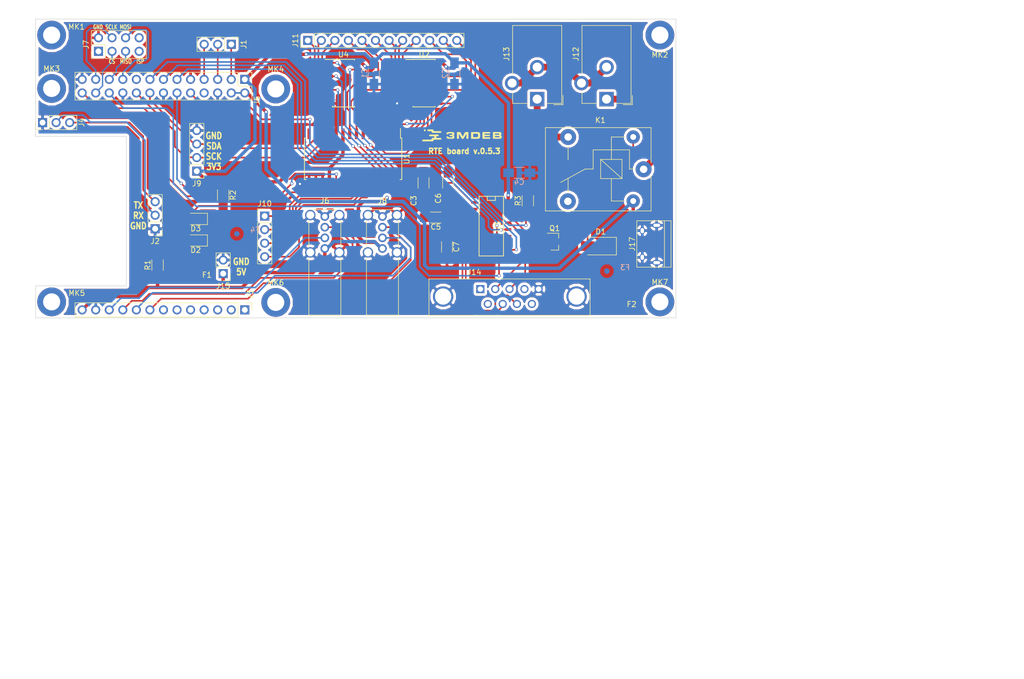
<source format=kicad_pcb>
(kicad_pcb (version 4) (host pcbnew 4.0.7-e2-6376~58~ubuntu16.04.1)
  (layers (0 F.Cu signal) (31 B.Cu signal) (34 B.Paste user) (35 F.Paste user) (36 B.SilkS user) (37 F.SilkS user) (38 B.Mask user) (39 F.Mask user) (44 Edge.Cuts user))
  (net 0 "")
  (net 1 +3V3)
  (net 2 TWI1_SCK)
  (net 3 "Net-(C3-Pad1)")
  (net 4 "Net-(C3-Pad2)")
  (net 5 "Net-(C5-Pad1)")
  (net 6 "Net-(C5-Pad2)")
  (net 7 "Net-(C6-Pad1)")
  (net 8 "Net-(C7-Pad1)")
  (net 9 +5V)
  (net 10 "Net-(D1-Pad2)")
  (net 11 APU_LED1)
  (net 12 APU_LED2)
  (net 13 APU_LED3)
  (net 14 "Net-(J2-Pad2)")
  (net 15 "Net-(J2-Pad3)")
  (net 16 "Net-(J3-Pad1)")
  (net 17 "Net-(J3-Pad2)")
  (net 18 "Net-(J3-Pad3)")
  (net 19 "Net-(J3-Pad4)")
  (net 20 "Net-(J3-Pad5)")
  (net 21 "Net-(J3-Pad6)")
  (net 22 "Net-(J3-Pad7)")
  (net 23 USB_DP3)
  (net 24 USB_DM3)
  (net 25 USB_DP2)
  (net 26 USB_DM2)
  (net 27 "Net-(J5-Pad8)")
  (net 28 UART2_RX)
  (net 29 RELAY_CTR)
  (net 30 UART2_TX)
  (net 31 UART2_CTS)
  (net 32 SPI1_MOSI)
  (net 33 SPI1_MISO)
  (net 34 UART2_RTS)
  (net 35 SPI1_SCLK)
  (net 36 SPI1_CS)
  (net 37 E_GPA4)
  (net 38 E_GPA5)
  (net 39 E_GPA6)
  (net 40 E_GPA7)
  (net 41 APU_J2_PWR)
  (net 42 APU_J2_RST)
  (net 43 APU_J2_WDT)
  (net 44 APU_J2_WP)
  (net 45 APU_J10_CLR)
  (net 46 APU_J4_MODESW)
  (net 47 OC_OUT1)
  (net 48 OC_OUT2)
  (net 49 OC_OUT3)
  (net 50 OC_OUT4)
  (net 51 OC_OUT5)
  (net 52 OC_OUT6)
  (net 53 "Net-(J12-Pad1)")
  (net 54 "Net-(J12-Pad2)")
  (net 55 "Net-(J13-Pad1)")
  (net 56 "Net-(J14-Pad1)")
  (net 57 RS232_RX)
  (net 58 RS232_TX)
  (net 59 "Net-(J14-Pad4)")
  (net 60 "Net-(J14-Pad6)")
  (net 61 RS232_RTS)
  (net 62 RS232_CTS)
  (net 63 "Net-(J14-Pad9)")
  (net 64 GND)
  (net 65 TWI1_SDA)
  (net 66 E_GPB0)
  (net 67 E_GPB1)
  (net 68 E_GPB2)
  (net 69 E_GPB3)
  (net 70 E_GPB4)
  (net 71 E_GPB5)
  (net 72 E_GPB6)
  (net 73 E_GPB7)
  (net 74 E_GPA0)
  (net 75 E_GPA1)
  (net 76 E_GPA2)
  (net 77 E_GPA3)
  (net 78 PA_EINT7)
  (net 79 PA_EINT10)
  (net 80 "Net-(K1-Pad4)")
  (net 81 "Net-(D2-Pad2)")
  (net 82 "Net-(D3-Pad2)")
  (net 83 "Net-(J7-Pad1)")
  (net 84 "Net-(J17-Pad2)")
  (net 85 "Net-(J17-Pad3)")
  (net 86 "Net-(J17-Pad4)")
  (net 87 "Net-(J7-Pad7)")
  (net 88 "Net-(J7-Pad8)")
  (module Pin_Headers:Pin_Header_Straight_1x03_Pitch2.54mm (layer F.Cu) (at 127.97 75.48 270)
    (fp_text reference J1 (at 0 -2.33 270) (layer F.SilkS))
    (fp_text value APU_LED_INPUT)
    (pad 1 thru_hole rect (at 0 0 270) (size 1.7 1.7) (drill 1.1) (layers *.Cu *.Mask) (net 11 APU_LED1))
    (pad 2 thru_hole oval (at 0 2.54 270) (size 1.7 1.7) (drill 1.1) (layers *.Cu *.Mask) (net 12 APU_LED2))
    (pad 3 thru_hole oval (at 0 5.08 270) (size 1.7 1.7) (drill 1.1) (layers *.Cu *.Mask) (net 13 APU_LED3))
  )
  (module Housings_SOIC:SOIC-28W_7.5x17.9mm_Pitch1.27mm (layer F.Cu) (at 150.8 96.95 270)
    (fp_text reference U1 (at 0 -10.05 270) (layer F.SilkS))
    (fp_text value MCP23017)
    (pad 1 smd rect (at -4.7 -8.255 270) (size 2 0.6) (layers F.Cu F.Paste F.Mask) (net 66 E_GPB0))
    (pad 2 smd rect (at -4.7 -6.985 270) (size 2 0.6) (layers F.Cu F.Paste F.Mask) (net 67 E_GPB1))
    (pad 3 smd rect (at -4.7 -5.715 270) (size 2 0.6) (layers F.Cu F.Paste F.Mask) (net 68 E_GPB2))
    (pad 4 smd rect (at -4.7 -4.445 270) (size 2 0.6) (layers F.Cu F.Paste F.Mask) (net 69 E_GPB3))
    (pad 5 smd rect (at -4.7 -3.175 270) (size 2 0.6) (layers F.Cu F.Paste F.Mask) (net 70 E_GPB4))
    (pad 6 smd rect (at -4.7 -1.905 270) (size 2 0.6) (layers F.Cu F.Paste F.Mask) (net 71 E_GPB5))
    (pad 7 smd rect (at -4.7 -0.635 270) (size 2 0.6) (layers F.Cu F.Paste F.Mask) (net 72 E_GPB6))
    (pad 8 smd rect (at -4.7 0.635 270) (size 2 0.6) (layers F.Cu F.Paste F.Mask) (net 73 E_GPB7))
    (pad 9 smd rect (at -4.7 1.905 270) (size 2 0.6) (layers F.Cu F.Paste F.Mask) (net 1 +3V3))
    (pad 10 smd rect (at -4.7 3.175 270) (size 2 0.6) (layers F.Cu F.Paste F.Mask) (net 64 GND))
    (pad 11 smd rect (at -4.7 4.445 270) (size 2 0.6) (layers F.Cu F.Paste F.Mask))
    (pad 12 smd rect (at -4.7 5.715 270) (size 2 0.6) (layers F.Cu F.Paste F.Mask) (net 2 TWI1_SCK))
    (pad 13 smd rect (at -4.7 6.985 270) (size 2 0.6) (layers F.Cu F.Paste F.Mask) (net 65 TWI1_SDA))
    (pad 14 smd rect (at -4.7 8.255 270) (size 2 0.6) (layers F.Cu F.Paste F.Mask))
    (pad 15 smd rect (at 4.7 8.255 270) (size 2 0.6) (layers F.Cu F.Paste F.Mask) (net 64 GND))
    (pad 16 smd rect (at 4.7 6.985 270) (size 2 0.6) (layers F.Cu F.Paste F.Mask) (net 64 GND))
    (pad 17 smd rect (at 4.7 5.715 270) (size 2 0.6) (layers F.Cu F.Paste F.Mask) (net 64 GND))
    (pad 18 smd rect (at 4.7 4.445 270) (size 2 0.6) (layers F.Cu F.Paste F.Mask) (net 1 +3V3))
    (pad 19 smd rect (at 4.7 3.175 270) (size 2 0.6) (layers F.Cu F.Paste F.Mask) (net 78 PA_EINT7))
    (pad 20 smd rect (at 4.7 1.905 270) (size 2 0.6) (layers F.Cu F.Paste F.Mask) (net 79 PA_EINT10))
    (pad 21 smd rect (at 4.7 0.635 270) (size 2 0.6) (layers F.Cu F.Paste F.Mask) (net 74 E_GPA0))
    (pad 22 smd rect (at 4.7 -0.635 270) (size 2 0.6) (layers F.Cu F.Paste F.Mask) (net 75 E_GPA1))
    (pad 23 smd rect (at 4.7 -1.905 270) (size 2 0.6) (layers F.Cu F.Paste F.Mask) (net 76 E_GPA2))
    (pad 24 smd rect (at 4.7 -3.175 270) (size 2 0.6) (layers F.Cu F.Paste F.Mask) (net 77 E_GPA3))
    (pad 25 smd rect (at 4.7 -4.445 270) (size 2 0.6) (layers F.Cu F.Paste F.Mask) (net 37 E_GPA4))
    (pad 26 smd rect (at 4.7 -5.715 270) (size 2 0.6) (layers F.Cu F.Paste F.Mask) (net 38 E_GPA5))
    (pad 27 smd rect (at 4.7 -6.985 270) (size 2 0.6) (layers F.Cu F.Paste F.Mask) (net 39 E_GPA6))
    (pad 28 smd rect (at 4.7 -8.255 270) (size 2 0.6) (layers F.Cu F.Paste F.Mask) (net 40 E_GPA7))
  )
  (module Fiducials:Fiducial_1mm_Dia_2.54mm_Outer_CopperTop (layer B.Cu) (at 129.01 110.99)
    (fp_text reference F4 (at 3.4 -0.7) (layer B.SilkS) (effects (justify mirror)))
    (fp_text value FID4)
    (pad ~ smd circle (at 0 0) (size 1 1) (layers B.Cu B.Mask) (clearance 0.77))
  )
  (module Fiducials:Fiducial_1mm_Dia_2.54mm_Outer_CopperTop (layer B.Cu) (at 198.37 117.99)
    (fp_text reference F3 (at 3.4 -0.7) (layer B.SilkS) (effects (justify mirror)))
    (fp_text value FID3)
    (pad ~ smd circle (at 0 0) (size 1 1) (layers B.Cu B.Mask) (clearance 0.77))
  )
  (module Documents:3mdeb_logo (layer F.Cu) (at 171.2 92.55)
    (fp_text reference G1 hide)
    (fp_text value 3MDEB_LOGO hide)
  )
  (module Connectors:Barrel_Jack_CUI_PJ-102AH (layer F.Cu) (at 185.3 85.75 180)
    (fp_text reference J13 (at 5.75 8.45 270) (layer F.SilkS))
    (fp_text value APU_POWER_SUPPLY_OUTPUT)
    (pad 1 thru_hole rect (at 0 0 180) (size 2.7 2.7) (drill 1.7) (layers *.Cu *.Mask) (net 55 "Net-(J13-Pad1)"))
    (pad 2 thru_hole circle (at 0 6 180) (size 2.7 2.7) (drill 1.7) (layers *.Cu *.Mask) (net 54 "Net-(J12-Pad2)"))
    (pad 3 thru_hole circle (at 4.7 3 180) (size 2.7 2.7) (drill 1.7) (layers *.Cu *.Mask) (net 54 "Net-(J12-Pad2)"))
  )
  (module Relays_THT:Relay_SPDT_SANYOU_SRD_Series_Form_C (layer F.Cu) (at 205.25 98.9 180)
    (fp_text reference K1 (at 8.1 9.2 180) (layer F.SilkS))
    (fp_text value HF3FA)
    (pad 2 thru_hole circle (at 1.95 6.05 270) (size 2.5 2.5) (drill 1.1) (layers *.Cu *.Mask) (net 10 "Net-(D1-Pad2)"))
    (pad 3 thru_hole circle (at 14.15 6.05 270) (size 3 3) (drill 1.4) (layers *.Cu *.Mask) (net 55 "Net-(J13-Pad1)"))
    (pad 4 thru_hole circle (at 14.2 -6 270) (size 3 3) (drill 1.4) (layers *.Cu *.Mask) (net 80 "Net-(K1-Pad4)"))
    (pad 5 thru_hole circle (at 1.95 -5.95 270) (size 2.5 2.5) (drill 1.1) (layers *.Cu *.Mask) (net 9 +5V))
    (pad 1 thru_hole circle (at 0 0 270) (size 3 3) (drill 1.4) (layers *.Cu *.Mask) (net 53 "Net-(J12-Pad1)"))
  )
  (module Housings_SOIC:SOIC-14_3.9x8.7mm_Pitch1.27mm (layer F.Cu) (at 149 82.75)
    (fp_text reference U4 (at 0 -5.375) (layer F.SilkS))
    (fp_text value SN74LS06)
    (pad 1 smd rect (at -2.7 -3.81) (size 1.5 0.6) (layers F.Cu F.Paste F.Mask) (net 39 E_GPA6))
    (pad 2 smd rect (at -2.7 -2.54) (size 1.5 0.6) (layers F.Cu F.Paste F.Mask) (net 47 OC_OUT1))
    (pad 3 smd rect (at -2.7 -1.27) (size 1.5 0.6) (layers F.Cu F.Paste F.Mask) (net 38 E_GPA5))
    (pad 4 smd rect (at -2.7 0) (size 1.5 0.6) (layers F.Cu F.Paste F.Mask) (net 48 OC_OUT2))
    (pad 5 smd rect (at -2.7 1.27) (size 1.5 0.6) (layers F.Cu F.Paste F.Mask) (net 37 E_GPA4))
    (pad 6 smd rect (at -2.7 2.54) (size 1.5 0.6) (layers F.Cu F.Paste F.Mask) (net 49 OC_OUT3))
    (pad 7 smd rect (at -2.7 3.81) (size 1.5 0.6) (layers F.Cu F.Paste F.Mask) (net 64 GND))
    (pad 8 smd rect (at 2.7 3.81) (size 1.5 0.6) (layers F.Cu F.Paste F.Mask) (net 50 OC_OUT4))
    (pad 9 smd rect (at 2.7 2.54) (size 1.5 0.6) (layers F.Cu F.Paste F.Mask) (net 72 E_GPB6))
    (pad 10 smd rect (at 2.7 1.27) (size 1.5 0.6) (layers F.Cu F.Paste F.Mask) (net 51 OC_OUT5))
    (pad 11 smd rect (at 2.7 0) (size 1.5 0.6) (layers F.Cu F.Paste F.Mask) (net 73 E_GPB7))
    (pad 12 smd rect (at 2.7 -1.27) (size 1.5 0.6) (layers F.Cu F.Paste F.Mask) (net 52 OC_OUT6))
    (pad 13 smd rect (at 2.7 -2.54) (size 1.5 0.6) (layers F.Cu F.Paste F.Mask) (net 40 E_GPA7))
    (pad 14 smd rect (at 2.7 -3.81) (size 1.5 0.6) (layers F.Cu F.Paste F.Mask) (net 1 +3V3))
  )
  (module Capacitors_SMD:C_1206_HandSoldering (layer B.Cu) (at 154.7 80.95 270)
    (fp_text reference C1 (at 0 1.75 270) (layer B.SilkS) (effects (justify mirror)))
    (fp_text value 0.1uF)
    (pad 1 smd rect (at -2 0 270) (size 2 1.6) (layers B.Cu B.Paste B.Mask) (net 1 +3V3))
    (pad 2 smd rect (at 2 0 270) (size 2 1.6) (layers B.Cu B.Paste B.Mask) (net 64 GND))
  )
  (module Capacitors_SMD:C_1206_HandSoldering (layer B.Cu) (at 169.8 80.95 270)
    (fp_text reference C2 (at 0 1.75 270) (layer B.SilkS) (effects (justify mirror)))
    (fp_text value 0.1uF)
    (pad 1 smd rect (at -2 0 270) (size 2 1.6) (layers B.Cu B.Paste B.Mask) (net 1 +3V3))
    (pad 2 smd rect (at 2 0 270) (size 2 1.6) (layers B.Cu B.Paste B.Mask) (net 64 GND))
  )
  (module Capacitors_SMD:C_1206_HandSoldering (layer F.Cu) (at 164 101.45 270)
    (fp_text reference C3 (at 3.35 1.85 270) (layer F.SilkS))
    (fp_text value 0.1uF)
    (pad 1 smd rect (at -2 0 270) (size 2 1.6) (layers F.Cu F.Paste F.Mask) (net 3 "Net-(C3-Pad1)"))
    (pad 2 smd rect (at 2 0 270) (size 2 1.6) (layers F.Cu F.Paste F.Mask) (net 4 "Net-(C3-Pad2)"))
  )
  (module Capacitors_SMD:C_1206_HandSoldering (layer B.Cu) (at 181.93 99.56)
    (fp_text reference C4 (at 0 1.75) (layer B.SilkS) (effects (justify mirror)))
    (fp_text value 0.1uF)
    (pad 1 smd rect (at -2 0) (size 2 1.6) (layers B.Cu B.Paste B.Mask) (net 1 +3V3))
    (pad 2 smd rect (at 2 0) (size 2 1.6) (layers B.Cu B.Paste B.Mask) (net 64 GND))
  )
  (module Capacitors_SMD:C_1206_HandSoldering (layer F.Cu) (at 166.3 107.95 180)
    (fp_text reference C5 (at 0 -1.75 180) (layer F.SilkS))
    (fp_text value 0.1uF)
    (pad 1 smd rect (at -2 0 180) (size 2 1.6) (layers F.Cu F.Paste F.Mask) (net 5 "Net-(C5-Pad1)"))
    (pad 2 smd rect (at 2 0 180) (size 2 1.6) (layers F.Cu F.Paste F.Mask) (net 6 "Net-(C5-Pad2)"))
  )
  (module Capacitors_SMD:C_1206_HandSoldering (layer F.Cu) (at 168.6 101.45 90)
    (fp_text reference C6 (at -2.9 -1.85 90) (layer F.SilkS))
    (fp_text value 0.1uF)
    (pad 1 smd rect (at -2 0 90) (size 2 1.6) (layers F.Cu F.Paste F.Mask) (net 7 "Net-(C6-Pad1)"))
    (pad 2 smd rect (at 2 0 90) (size 2 1.6) (layers F.Cu F.Paste F.Mask) (net 64 GND))
  )
  (module Capacitors_SMD:C_1206_HandSoldering (layer F.Cu) (at 168.4 113.45 270)
    (fp_text reference C7 (at 0 -1.75 270) (layer F.SilkS))
    (fp_text value 0.1uF)
    (pad 1 smd rect (at -2 0 270) (size 2 1.6) (layers F.Cu F.Paste F.Mask) (net 8 "Net-(C7-Pad1)"))
    (pad 2 smd rect (at 2 0 270) (size 2 1.6) (layers F.Cu F.Paste F.Mask) (net 64 GND))
  )
  (module Diodes_SMD:D_SMA (layer F.Cu) (at 196.75 113.3 180)
    (fp_text reference D1 (at -0.45 2.7 180) (layer F.SilkS))
    (fp_text value S1A-E3/61T)
    (pad 1 smd rect (at -2 0 180) (size 2.5 1.8) (layers F.Cu F.Paste F.Mask) (net 9 +5V))
    (pad 2 smd rect (at 2 0 180) (size 2.5 1.8) (layers F.Cu F.Paste F.Mask) (net 10 "Net-(D1-Pad2)"))
  )
  (module Pin_Headers:Pin_Header_Straight_1x03_Pitch2.54mm (layer F.Cu) (at 113.7 110.05 180)
    (fp_text reference J2 (at 0 -2.33 180) (layer F.SilkS))
    (fp_text value ORANGE_PI_ZERO_SERIAL_OUT)
    (pad 1 thru_hole rect (at 0 0 180) (size 1.7 1.7) (drill 1.1) (layers *.Cu *.Mask) (net 64 GND))
    (pad 2 thru_hole oval (at 0 2.54 180) (size 1.7 1.7) (drill 1.1) (layers *.Cu *.Mask) (net 14 "Net-(J2-Pad2)"))
    (pad 3 thru_hole oval (at 0 5.08 180) (size 1.7 1.7) (drill 1.1) (layers *.Cu *.Mask) (net 15 "Net-(J2-Pad3)"))
  )
  (module Pin_Headers:Pin_Header_Straight_1x13_Pitch2.54mm (layer F.Cu) (at 130.5 125.25 270)
    (fp_text reference J3 (at -2.9 -1.05 270) (layer F.SilkS))
    (fp_text value ORANGE_PI_ZERO_GPIO2)
    (pad 1 thru_hole rect (at 0 0 270) (size 1.7 1.7) (drill 1.1) (layers *.Cu *.Mask) (net 16 "Net-(J3-Pad1)"))
    (pad 2 thru_hole oval (at 0 2.54 270) (size 1.7 1.7) (drill 1.1) (layers *.Cu *.Mask) (net 17 "Net-(J3-Pad2)"))
    (pad 3 thru_hole oval (at 0 5.08 270) (size 1.7 1.7) (drill 1.1) (layers *.Cu *.Mask) (net 18 "Net-(J3-Pad3)"))
    (pad 4 thru_hole oval (at 0 7.62 270) (size 1.7 1.7) (drill 1.1) (layers *.Cu *.Mask) (net 19 "Net-(J3-Pad4)"))
    (pad 5 thru_hole oval (at 0 10.16 270) (size 1.7 1.7) (drill 1.1) (layers *.Cu *.Mask) (net 20 "Net-(J3-Pad5)"))
    (pad 6 thru_hole oval (at 0 12.7 270) (size 1.7 1.7) (drill 1.1) (layers *.Cu *.Mask) (net 21 "Net-(J3-Pad6)"))
    (pad 7 thru_hole oval (at 0 15.24 270) (size 1.7 1.7) (drill 1.1) (layers *.Cu *.Mask) (net 22 "Net-(J3-Pad7)"))
    (pad 8 thru_hole oval (at 0 17.78 270) (size 1.7 1.7) (drill 1.1) (layers *.Cu *.Mask) (net 23 USB_DP3))
    (pad 9 thru_hole oval (at 0 20.32 270) (size 1.7 1.7) (drill 1.1) (layers *.Cu *.Mask) (net 24 USB_DM3))
    (pad 10 thru_hole oval (at 0 22.86 270) (size 1.7 1.7) (drill 1.1) (layers *.Cu *.Mask) (net 25 USB_DP2))
    (pad 11 thru_hole oval (at 0 25.4 270) (size 1.7 1.7) (drill 1.1) (layers *.Cu *.Mask) (net 26 USB_DM2))
    (pad 12 thru_hole oval (at 0 27.94 270) (size 1.7 1.7) (drill 1.1) (layers *.Cu *.Mask) (net 64 GND))
    (pad 13 thru_hole oval (at 0 30.48 270) (size 1.7 1.7) (drill 1.1) (layers *.Cu *.Mask) (net 9 +5V))
  )
  (module Pin_Headers:Pin_Header_Straight_1x03_Pitch2.54mm (layer F.Cu) (at 92.6 90.15 90)
    (fp_text reference J4 (at 0.05 7.3 90) (layer F.SilkS))
    (fp_text value ORANGE_PI_ZERO_SERIAL_IN)
    (pad 1 thru_hole rect (at 0 0 90) (size 1.7 1.7) (drill 1.1) (layers *.Cu *.Mask) (net 64 GND))
    (pad 2 thru_hole oval (at 0 2.54 90) (size 1.7 1.7) (drill 1.1) (layers *.Cu *.Mask) (net 14 "Net-(J2-Pad2)"))
    (pad 3 thru_hole oval (at 0 5.08 90) (size 1.7 1.7) (drill 1.1) (layers *.Cu *.Mask) (net 15 "Net-(J2-Pad3)"))
  )
  (module Pin_Headers:Pin_Header_Straight_2x13_Pitch2.54mm (layer F.Cu) (at 130.5 82.05 270)
    (fp_text reference J5 (at 3.95 -2.3 270) (layer F.SilkS))
    (fp_text value ORANGE_PI_ZERO_GPIO1)
    (pad 1 thru_hole rect (at 0 0 270) (size 1.7 1.7) (drill 1.1) (layers *.Cu *.Mask) (net 1 +3V3))
    (pad 2 thru_hole oval (at 2.54 0 270) (size 1.7 1.7) (drill 1.1) (layers *.Cu *.Mask) (net 9 +5V))
    (pad 3 thru_hole oval (at 0 2.54 270) (size 1.7 1.7) (drill 1.1) (layers *.Cu *.Mask) (net 11 APU_LED1))
    (pad 4 thru_hole oval (at 2.54 2.54 270) (size 1.7 1.7) (drill 1.1) (layers *.Cu *.Mask) (net 9 +5V))
    (pad 5 thru_hole oval (at 0 5.08 270) (size 1.7 1.7) (drill 1.1) (layers *.Cu *.Mask) (net 12 APU_LED2))
    (pad 6 thru_hole oval (at 2.54 5.08 270) (size 1.7 1.7) (drill 1.1) (layers *.Cu *.Mask) (net 64 GND))
    (pad 7 thru_hole oval (at 0 7.62 270) (size 1.7 1.7) (drill 1.1) (layers *.Cu *.Mask) (net 13 APU_LED3))
    (pad 8 thru_hole oval (at 2.54 7.62 270) (size 1.7 1.7) (drill 1.1) (layers *.Cu *.Mask) (net 27 "Net-(J5-Pad8)"))
    (pad 9 thru_hole oval (at 0 10.16 270) (size 1.7 1.7) (drill 1.1) (layers *.Cu *.Mask) (net 64 GND))
    (pad 10 thru_hole oval (at 2.54 10.16 270) (size 1.7 1.7) (drill 1.1) (layers *.Cu *.Mask) (net 29 RELAY_CTR))
    (pad 11 thru_hole oval (at 0 12.7 270) (size 1.7 1.7) (drill 1.1) (layers *.Cu *.Mask) (net 28 UART2_RX))
    (pad 12 thru_hole oval (at 2.54 12.7 270) (size 1.7 1.7) (drill 1.1) (layers *.Cu *.Mask) (net 78 PA_EINT7))
    (pad 13 thru_hole oval (at 0 15.24 270) (size 1.7 1.7) (drill 1.1) (layers *.Cu *.Mask) (net 30 UART2_TX))
    (pad 14 thru_hole oval (at 2.54 15.24 270) (size 1.7 1.7) (drill 1.1) (layers *.Cu *.Mask) (net 64 GND))
    (pad 15 thru_hole oval (at 0 17.78 270) (size 1.7 1.7) (drill 1.1) (layers *.Cu *.Mask) (net 31 UART2_CTS))
    (pad 16 thru_hole oval (at 2.54 17.78 270) (size 1.7 1.7) (drill 1.1) (layers *.Cu *.Mask) (net 65 TWI1_SDA))
    (pad 17 thru_hole oval (at 0 20.32 270) (size 1.7 1.7) (drill 1.1) (layers *.Cu *.Mask) (net 1 +3V3))
    (pad 18 thru_hole oval (at 2.54 20.32 270) (size 1.7 1.7) (drill 1.1) (layers *.Cu *.Mask) (net 2 TWI1_SCK))
    (pad 19 thru_hole oval (at 0 22.86 270) (size 1.7 1.7) (drill 1.1) (layers *.Cu *.Mask) (net 32 SPI1_MOSI))
    (pad 20 thru_hole oval (at 2.54 22.86 270) (size 1.7 1.7) (drill 1.1) (layers *.Cu *.Mask) (net 64 GND))
    (pad 21 thru_hole oval (at 0 25.4 270) (size 1.7 1.7) (drill 1.1) (layers *.Cu *.Mask) (net 33 SPI1_MISO))
    (pad 22 thru_hole oval (at 2.54 25.4 270) (size 1.7 1.7) (drill 1.1) (layers *.Cu *.Mask) (net 34 UART2_RTS))
    (pad 23 thru_hole oval (at 0 27.94 270) (size 1.7 1.7) (drill 1.1) (layers *.Cu *.Mask) (net 35 SPI1_SCLK))
    (pad 24 thru_hole oval (at 2.54 27.94 270) (size 1.7 1.7) (drill 1.1) (layers *.Cu *.Mask) (net 36 SPI1_CS))
    (pad 25 thru_hole oval (at 0 30.48 270) (size 1.7 1.7) (drill 1.1) (layers *.Cu *.Mask) (net 64 GND))
    (pad 26 thru_hole oval (at 2.54 30.48 270) (size 1.7 1.7) (drill 1.1) (layers *.Cu *.Mask) (net 79 PA_EINT10))
  )
  (module Pin_Headers:Pin_Header_Straight_2x04_Pitch2.54mm (layer F.Cu) (at 103.08 76.79 90)
    (fp_text reference J7 (at 1.27 -2.33 90) (layer F.SilkS))
    (fp_text value SPI_OUTPUT)
    (pad 1 thru_hole rect (at 0 0 90) (size 1.7 1.7) (drill 1.1) (layers *.Cu *.Mask) (net 83 "Net-(J7-Pad1)"))
    (pad 2 thru_hole oval (at 2.54 0 90) (size 1.7 1.7) (drill 1.1) (layers *.Cu *.Mask) (net 64 GND))
    (pad 3 thru_hole oval (at 0 2.54 90) (size 1.7 1.7) (drill 1.1) (layers *.Cu *.Mask) (net 36 SPI1_CS))
    (pad 4 thru_hole oval (at 2.54 2.54 90) (size 1.7 1.7) (drill 1.1) (layers *.Cu *.Mask) (net 35 SPI1_SCLK))
    (pad 5 thru_hole oval (at 0 5.08 90) (size 1.7 1.7) (drill 1.1) (layers *.Cu *.Mask) (net 33 SPI1_MISO))
    (pad 6 thru_hole oval (at 2.54 5.08 90) (size 1.7 1.7) (drill 1.1) (layers *.Cu *.Mask) (net 32 SPI1_MOSI))
    (pad 7 thru_hole oval (at 0 7.62 90) (size 1.7 1.7) (drill 1.1) (layers *.Cu *.Mask) (net 87 "Net-(J7-Pad7)"))
    (pad 8 thru_hole oval (at 2.54 7.62 90) (size 1.7 1.7) (drill 1.1) (layers *.Cu *.Mask) (net 88 "Net-(J7-Pad8)"))
  )
  (module Pin_Headers:Pin_Header_Straight_1x04_Pitch2.54mm (layer F.Cu) (at 121.5 99.25 180)
    (fp_text reference J9 (at 0 -2.33 180) (layer F.SilkS))
    (fp_text value I2C_BUS_OUTPUT)
    (pad 1 thru_hole rect (at 0 0 180) (size 1.7 1.7) (drill 1.1) (layers *.Cu *.Mask) (net 1 +3V3))
    (pad 2 thru_hole oval (at 0 2.54 180) (size 1.7 1.7) (drill 1.1) (layers *.Cu *.Mask) (net 2 TWI1_SCK))
    (pad 3 thru_hole oval (at 0 5.08 180) (size 1.7 1.7) (drill 1.1) (layers *.Cu *.Mask) (net 65 TWI1_SDA))
    (pad 4 thru_hole oval (at 0 7.62 180) (size 1.7 1.7) (drill 1.1) (layers *.Cu *.Mask) (net 64 GND))
  )
  (module Pin_Headers:Pin_Header_Straight_1x12_Pitch2.54mm (layer F.Cu) (at 142.3 74.75 90)
    (fp_text reference J11 (at 0 -2.33 90) (layer F.SilkS))
    (fp_text value OC_BUFFER_OUTPUT)
    (pad 1 thru_hole rect (at 0 0 90) (size 1.7 1.7) (drill 1.1) (layers *.Cu *.Mask) (net 49 OC_OUT3))
    (pad 2 thru_hole oval (at 0 2.54 90) (size 1.7 1.7) (drill 1.1) (layers *.Cu *.Mask) (net 48 OC_OUT2))
    (pad 3 thru_hole oval (at 0 5.08 90) (size 1.7 1.7) (drill 1.1) (layers *.Cu *.Mask) (net 47 OC_OUT1))
    (pad 4 thru_hole oval (at 0 7.62 90) (size 1.7 1.7) (drill 1.1) (layers *.Cu *.Mask) (net 52 OC_OUT6))
    (pad 5 thru_hole oval (at 0 10.16 90) (size 1.7 1.7) (drill 1.1) (layers *.Cu *.Mask) (net 51 OC_OUT5))
    (pad 6 thru_hole oval (at 0 12.7 90) (size 1.7 1.7) (drill 1.1) (layers *.Cu *.Mask) (net 50 OC_OUT4))
    (pad 7 thru_hole oval (at 0 15.24 90) (size 1.7 1.7) (drill 1.1) (layers *.Cu *.Mask) (net 43 APU_J2_WDT))
    (pad 8 thru_hole oval (at 0 17.78 90) (size 1.7 1.7) (drill 1.1) (layers *.Cu *.Mask) (net 42 APU_J2_RST))
    (pad 9 thru_hole oval (at 0 20.32 90) (size 1.7 1.7) (drill 1.1) (layers *.Cu *.Mask) (net 41 APU_J2_PWR))
    (pad 10 thru_hole oval (at 0 22.86 90) (size 1.7 1.7) (drill 1.1) (layers *.Cu *.Mask) (net 46 APU_J4_MODESW))
    (pad 11 thru_hole oval (at 0 25.4 90) (size 1.7 1.7) (drill 1.1) (layers *.Cu *.Mask) (net 45 APU_J10_CLR))
    (pad 12 thru_hole oval (at 0 27.94 90) (size 1.7 1.7) (drill 1.1) (layers *.Cu *.Mask) (net 44 APU_J2_WP))
  )
  (module Connectors:Barrel_Jack_CUI_PJ-102AH (layer F.Cu) (at 198.3 85.75 180)
    (fp_text reference J12 (at 5.75 8.45 270) (layer F.SilkS))
    (fp_text value APU_POWER_SUPPLY_INPUT)
    (pad 1 thru_hole rect (at 0 0 180) (size 2.7 2.7) (drill 1.7) (layers *.Cu *.Mask) (net 53 "Net-(J12-Pad1)"))
    (pad 2 thru_hole circle (at 0 6 180) (size 2.7 2.7) (drill 1.7) (layers *.Cu *.Mask) (net 54 "Net-(J12-Pad2)"))
    (pad 3 thru_hole circle (at 4.7 3 180) (size 2.7 2.7) (drill 1.7) (layers *.Cu *.Mask) (net 54 "Net-(J12-Pad2)"))
  )
  (module TO_SOT_Packages_SMD:SOT-23 (layer F.Cu) (at 188.57 112.47)
    (fp_text reference Q1 (at 0 -2.5) (layer F.SilkS))
    (fp_text value NDS351AN)
    (pad 1 smd rect (at -1 -0.95) (size 0.9 0.8) (layers F.Cu F.Paste F.Mask) (net 29 RELAY_CTR))
    (pad 2 smd rect (at -1 0.95) (size 0.9 0.8) (layers F.Cu F.Paste F.Mask) (net 64 GND))
    (pad 3 smd rect (at 1 0) (size 0.9 0.8) (layers F.Cu F.Paste F.Mask) (net 10 "Net-(D1-Pad2)"))
  )
  (module Resistors_SMD:R_1206_HandSoldering (layer F.Cu) (at 183.55 104.8 90)
    (fp_text reference R3 (at 0 -1.85 90) (layer F.SilkS))
    (fp_text value 10k)
    (pad 1 smd rect (at -2 0 90) (size 2 1.7) (layers F.Cu F.Paste F.Mask) (net 29 RELAY_CTR))
    (pad 2 smd rect (at 2 0 90) (size 2 1.7) (layers F.Cu F.Paste F.Mask) (net 64 GND))
  )
  (module Housings_SOIC:SOIC-14_3.9x8.7mm_Pitch1.27mm (layer F.Cu) (at 164.1 82.75)
    (fp_text reference U2 (at 0 -5.375) (layer F.SilkS))
    (fp_text value SN74LS06)
    (pad 1 smd rect (at -2.7 -3.81) (size 1.5 0.6) (layers F.Cu F.Paste F.Mask) (net 68 E_GPB2))
    (pad 2 smd rect (at -2.7 -2.54) (size 1.5 0.6) (layers F.Cu F.Paste F.Mask) (net 41 APU_J2_PWR))
    (pad 3 smd rect (at -2.7 -1.27) (size 1.5 0.6) (layers F.Cu F.Paste F.Mask) (net 67 E_GPB1))
    (pad 4 smd rect (at -2.7 0) (size 1.5 0.6) (layers F.Cu F.Paste F.Mask) (net 42 APU_J2_RST))
    (pad 5 smd rect (at -2.7 1.27) (size 1.5 0.6) (layers F.Cu F.Paste F.Mask) (net 66 E_GPB0))
    (pad 6 smd rect (at -2.7 2.54) (size 1.5 0.6) (layers F.Cu F.Paste F.Mask) (net 43 APU_J2_WDT))
    (pad 7 smd rect (at -2.7 3.81) (size 1.5 0.6) (layers F.Cu F.Paste F.Mask) (net 64 GND))
    (pad 8 smd rect (at 2.7 3.81) (size 1.5 0.6) (layers F.Cu F.Paste F.Mask) (net 44 APU_J2_WP))
    (pad 9 smd rect (at 2.7 2.54) (size 1.5 0.6) (layers F.Cu F.Paste F.Mask) (net 71 E_GPB5))
    (pad 10 smd rect (at 2.7 1.27) (size 1.5 0.6) (layers F.Cu F.Paste F.Mask) (net 45 APU_J10_CLR))
    (pad 11 smd rect (at 2.7 0) (size 1.5 0.6) (layers F.Cu F.Paste F.Mask) (net 70 E_GPB4))
    (pad 12 smd rect (at 2.7 -1.27) (size 1.5 0.6) (layers F.Cu F.Paste F.Mask) (net 46 APU_J4_MODESW))
    (pad 13 smd rect (at 2.7 -2.54) (size 1.5 0.6) (layers F.Cu F.Paste F.Mask) (net 69 E_GPB3))
    (pad 14 smd rect (at 2.7 -3.81) (size 1.5 0.6) (layers F.Cu F.Paste F.Mask) (net 1 +3V3))
  )
  (module SMD_Packages:SO-16-N (layer F.Cu) (at 176.7 109.55 270)
    (fp_text reference U3 (at 0.127 -1.27 270) (layer F.SilkS))
    (fp_text value MAX3232)
    (pad 16 smd rect (at -4.445 -3.175 270) (size 0.508 1.143) (layers F.Cu F.Paste F.Mask) (net 1 +3V3))
    (pad 14 smd rect (at -1.905 -3.175 270) (size 0.508 1.143) (layers F.Cu F.Paste F.Mask) (net 58 RS232_TX))
    (pad 13 smd rect (at -0.635 -3.175 270) (size 0.508 1.143) (layers F.Cu F.Paste F.Mask) (net 57 RS232_RX))
    (pad 12 smd rect (at 0.635 -3.175 270) (size 0.508 1.143) (layers F.Cu F.Paste F.Mask) (net 28 UART2_RX))
    (pad 11 smd rect (at 1.905 -3.175 270) (size 0.508 1.143) (layers F.Cu F.Paste F.Mask) (net 30 UART2_TX))
    (pad 10 smd rect (at 3.175 -3.175 270) (size 0.508 1.143) (layers F.Cu F.Paste F.Mask) (net 34 UART2_RTS))
    (pad 9 smd rect (at 4.445 -3.175 270) (size 0.508 1.143) (layers F.Cu F.Paste F.Mask) (net 31 UART2_CTS))
    (pad 8 smd rect (at 4.445 3.175 270) (size 0.508 1.143) (layers F.Cu F.Paste F.Mask) (net 62 RS232_CTS))
    (pad 7 smd rect (at 3.175 3.175 270) (size 0.508 1.143) (layers F.Cu F.Paste F.Mask) (net 61 RS232_RTS))
    (pad 6 smd rect (at 1.905 3.175 270) (size 0.508 1.143) (layers F.Cu F.Paste F.Mask) (net 8 "Net-(C7-Pad1)"))
    (pad 5 smd rect (at 0.635 3.175 270) (size 0.508 1.143) (layers F.Cu F.Paste F.Mask) (net 6 "Net-(C5-Pad2)"))
    (pad 4 smd rect (at -0.635 3.175 270) (size 0.508 1.143) (layers F.Cu F.Paste F.Mask) (net 5 "Net-(C5-Pad1)"))
    (pad 3 smd rect (at -1.905 3.175 270) (size 0.508 1.143) (layers F.Cu F.Paste F.Mask) (net 4 "Net-(C3-Pad2)"))
    (pad 2 smd rect (at -3.175 3.175 270) (size 0.508 1.143) (layers F.Cu F.Paste F.Mask) (net 7 "Net-(C6-Pad1)"))
    (pad 1 smd rect (at -4.445 3.175 270) (size 0.508 1.143) (layers F.Cu F.Paste F.Mask) (net 3 "Net-(C3-Pad1)"))
    (pad 15 smd rect (at -3.175 -3.175 270) (size 0.508 1.143) (layers F.Cu F.Paste F.Mask) (net 64 GND))
  )
  (module Connectors:USB_A_Vertical (layer F.Cu) (at 145.5 113.75 180)
    (fp_text reference J6 (at 0 8.95 180) (layer F.SilkS))
    (fp_text value USB_A1)
    (pad 1 thru_hole circle (at 0 0 180) (size 1.62 1.62) (drill 1.02) (layers *.Cu *.Mask) (net 9 +5V))
    (pad 2 thru_hole circle (at 0 2 180) (size 1.62 1.62) (drill 1.02) (layers *.Cu *.Mask) (net 26 USB_DM2))
    (pad 3 thru_hole circle (at 0 4 180) (size 1.62 1.62) (drill 1.02) (layers *.Cu *.Mask) (net 25 USB_DP2))
    (pad 5 thru_hole circle (at 2.72 -0.73 180) (size 1.95 1.95) (drill 1.45) (layers *.Cu *.Mask) (net 64 GND))
    (pad 4 thru_hole circle (at 0 6 180) (size 1.62 1.62) (drill 1.02) (layers *.Cu *.Mask) (net 64 GND))
    (pad 5 thru_hole circle (at 2.72 6.27 180) (size 1.95 1.95) (drill 1.45) (layers *.Cu *.Mask) (net 64 GND))
    (pad 5 thru_hole circle (at -2.72 -0.73 180) (size 1.95 1.95) (drill 1.45) (layers *.Cu *.Mask) (net 64 GND))
    (pad 5 thru_hole circle (at -2.72 6.27 180) (size 1.95 1.95) (drill 1.45) (layers *.Cu *.Mask) (net 64 GND))
  )
  (module Connectors:USB_A_Vertical (layer F.Cu) (at 156.3 113.75 180)
    (fp_text reference J8 (at 0 8.95 180) (layer F.SilkS))
    (fp_text value USB_A2)
    (pad 1 thru_hole circle (at 0 0 180) (size 1.62 1.62) (drill 1.02) (layers *.Cu *.Mask) (net 9 +5V))
    (pad 2 thru_hole circle (at 0 2 180) (size 1.62 1.62) (drill 1.02) (layers *.Cu *.Mask) (net 24 USB_DM3))
    (pad 3 thru_hole circle (at 0 4 180) (size 1.62 1.62) (drill 1.02) (layers *.Cu *.Mask) (net 23 USB_DP3))
    (pad 5 thru_hole circle (at 2.72 -0.73 180) (size 1.95 1.95) (drill 1.45) (layers *.Cu *.Mask) (net 64 GND))
    (pad 4 thru_hole circle (at 0 6 180) (size 1.62 1.62) (drill 1.02) (layers *.Cu *.Mask) (net 64 GND))
    (pad 5 thru_hole circle (at 2.72 6.27 180) (size 1.95 1.95) (drill 1.45) (layers *.Cu *.Mask) (net 64 GND))
    (pad 5 thru_hole circle (at -2.72 -0.73 180) (size 1.95 1.95) (drill 1.45) (layers *.Cu *.Mask) (net 64 GND))
    (pad 5 thru_hole circle (at -2.72 6.27 180) (size 1.95 1.95) (drill 1.45) (layers *.Cu *.Mask) (net 64 GND))
  )
  (module Mounting_Holes:MountingHole_2.7mm_Pad (layer F.Cu) (at 94.3 73.75)
    (fp_text reference MK1 (at 4.65 -1.55) (layer F.SilkS))
    (fp_text value Mounting_Hole)
    (pad 1 thru_hole circle (at 0 0) (size 5.4 5.4) (drill 3.2) (layers *.Cu *.Mask))
  )
  (module Mounting_Holes:MountingHole_2.7mm_Pad (layer F.Cu) (at 208.3 73.75)
    (fp_text reference MK2 (at 0 3.7) (layer F.SilkS))
    (fp_text value Mounting_Hole)
    (pad 1 thru_hole circle (at 0 0) (size 5.4 5.4) (drill 3.2) (layers *.Cu *.Mask))
  )
  (module Mounting_Holes:MountingHole_2.7mm_Pad (layer F.Cu) (at 94.3 83.75)
    (fp_text reference MK3 (at 0 -3.7) (layer F.SilkS))
    (fp_text value Mounting_Hole)
    (pad 1 thru_hole circle (at 0 0) (size 5.4 5.4) (drill 3.2) (layers *.Cu *.Mask))
  )
  (module Mounting_Holes:MountingHole_2.7mm_Pad (layer F.Cu) (at 136.3 83.85)
    (fp_text reference MK4 (at 0 -3.7) (layer F.SilkS))
    (fp_text value Mounting_Hole)
    (pad 1 thru_hole circle (at 0 0) (size 5.4 5.4) (drill 3.2) (layers *.Cu *.Mask))
  )
  (module Mounting_Holes:MountingHole_2.7mm_Pad (layer F.Cu) (at 94.3 123.75)
    (fp_text reference MK5 (at 4.7 -1.65) (layer F.SilkS))
    (fp_text value Mounting_Hole)
    (pad 1 thru_hole circle (at 0 0) (size 5.4 5.4) (drill 3.2) (layers *.Cu *.Mask))
  )
  (module Mounting_Holes:MountingHole_2.7mm_Pad (layer F.Cu) (at 136.3 123.85)
    (fp_text reference MK6 (at 0 -3.7) (layer F.SilkS))
    (fp_text value Mounting_Hole)
    (pad 1 thru_hole circle (at 0 0) (size 5.4 5.4) (drill 3.2) (layers *.Cu *.Mask))
  )
  (module Mounting_Holes:MountingHole_2.7mm_Pad (layer F.Cu) (at 208.3 123.75)
    (fp_text reference MK7 (at 0 -3.7) (layer F.SilkS))
    (fp_text value Mounting_Hole)
    (pad 1 thru_hole circle (at 0 0) (size 5.4 5.4) (drill 3.2) (layers *.Cu *.Mask))
  )
  (module Fiducials:Fiducial_1mm_Dia_2.54mm_Outer_CopperTop (layer F.Cu) (at 120 118)
    (fp_text reference F1 (at 3.4 0.7) (layer F.SilkS))
    (fp_text value FID1)
    (pad ~ smd circle (at 0 0) (size 1 1) (layers F.Cu F.Mask) (clearance 0.77))
  )
  (module Fiducials:Fiducial_1mm_Dia_2.54mm_Outer_CopperTop (layer F.Cu) (at 200.2 123)
    (fp_text reference F2 (at 2.8 1.2) (layer F.SilkS))
    (fp_text value FID2)
    (pad ~ smd circle (at 0 0) (size 1 1) (layers F.Cu F.Mask) (clearance 0.77))
  )
  (module Connectors2:DB9MD (layer F.Cu) (at 174.65 121.35)
    (fp_text reference J14 (at -1.14 -3.17) (layer F.SilkS))
    (fp_text value RS232_OUT)
    (pad 0 thru_hole circle (at -6.98 1.4) (size 3.81 3.81) (drill 3.05) (layers *.Cu *.Mask) (net 64 GND))
    (pad 0 thru_hole circle (at 18.03 1.4) (size 3.81 3.81) (drill 3.05) (layers *.Cu *.Mask) (net 64 GND))
    (pad 1 thru_hole rect (at 0 0) (size 1.52 1.52) (drill 1.02) (layers *.Cu *.Mask) (net 56 "Net-(J14-Pad1)"))
    (pad 2 thru_hole circle (at 2.79 0) (size 1.52 1.52) (drill 1.02) (layers *.Cu *.Mask) (net 57 RS232_RX))
    (pad 3 thru_hole circle (at 5.46 0) (size 1.52 1.52) (drill 1.02) (layers *.Cu *.Mask) (net 58 RS232_TX))
    (pad 4 thru_hole circle (at 8.26 0) (size 1.52 1.52) (drill 1.02) (layers *.Cu *.Mask) (net 59 "Net-(J14-Pad4)"))
    (pad 5 thru_hole circle (at 10.92 0) (size 1.52 1.52) (drill 1.02) (layers *.Cu *.Mask) (net 64 GND))
    (pad 6 thru_hole circle (at 1.4 2.79) (size 1.52 1.52) (drill 1.02) (layers *.Cu *.Mask) (net 60 "Net-(J14-Pad6)"))
    (pad 7 thru_hole circle (at 4.19 2.79) (size 1.52 1.52) (drill 1.02) (layers *.Cu *.Mask) (net 61 RS232_RTS))
    (pad 8 thru_hole circle (at 6.86 2.79) (size 1.52 1.52) (drill 1.02) (layers *.Cu *.Mask) (net 62 RS232_CTS))
    (pad 9 thru_hole circle (at 9.65 2.79) (size 1.52 1.52) (drill 1.02) (layers *.Cu *.Mask) (net 63 "Net-(J14-Pad9)"))
  )
  (module Diodes_SMD:D_1206 (layer F.Cu) (at 121.3 112.25 180)
    (fp_text reference D2 (at 0 -1.8 180) (layer F.SilkS))
    (fp_text value RED_LED_5V)
    (pad 1 smd rect (at -1.5 0 180) (size 1 1.6) (layers F.Cu F.Paste F.Mask) (net 64 GND))
    (pad 2 smd rect (at 1.5 0 180) (size 1 1.6) (layers F.Cu F.Paste F.Mask) (net 81 "Net-(D2-Pad2)"))
  )
  (module Diodes_SMD:D_1206 (layer F.Cu) (at 121.3 108.2 180)
    (fp_text reference D3 (at 0 -1.8 180) (layer F.SilkS))
    (fp_text value ORANGE_LED_3V3)
    (pad 1 smd rect (at -1.5 0 180) (size 1 1.6) (layers F.Cu F.Paste F.Mask) (net 64 GND))
    (pad 2 smd rect (at 1.5 0 180) (size 1 1.6) (layers F.Cu F.Paste F.Mask) (net 82 "Net-(D3-Pad2)"))
  )
  (module Resistors_SMD:R_1206_HandSoldering (layer F.Cu) (at 114.15 116.85 90)
    (fp_text reference R1 (at 0 -1.85 90) (layer F.SilkS))
    (fp_text value 300)
    (pad 1 smd rect (at -2 0 90) (size 2 1.7) (layers F.Cu F.Paste F.Mask) (net 9 +5V))
    (pad 2 smd rect (at 2 0 90) (size 2 1.7) (layers F.Cu F.Paste F.Mask) (net 81 "Net-(D2-Pad2)"))
  )
  (module Resistors_SMD:R_1206_HandSoldering (layer F.Cu) (at 126.45 103.75 270)
    (fp_text reference R2 (at 0 -1.85 270) (layer F.SilkS))
    (fp_text value 150)
    (pad 1 smd rect (at -2 0 270) (size 2 1.7) (layers F.Cu F.Paste F.Mask) (net 1 +3V3))
    (pad 2 smd rect (at 2 0 270) (size 2 1.7) (layers F.Cu F.Paste F.Mask) (net 82 "Net-(D3-Pad2)"))
  )
  (module Pin_Headers:Pin_Header_Straight_1x02_Pitch2.54mm (layer F.Cu) (at 126.45 118.45 180)
    (fp_text reference J15 (at 0 -2.33 180) (layer F.SilkS))
    (fp_text value 5V_POWER_SUPPLY)
    (pad 1 thru_hole rect (at 0 0 180) (size 1.7 1.7) (drill 1.1) (layers *.Cu *.Mask) (net 9 +5V))
    (pad 2 thru_hole oval (at 0 2.54 180) (size 1.7 1.7) (drill 1.1) (layers *.Cu *.Mask) (net 64 GND))
  )
  (module Connectors:USB_Micro-B (layer F.Cu) (at 206.35 112.9 90)
    (fp_text reference J17 (at 0 -3.24 90) (layer F.SilkS))
    (fp_text value USB_POWER_SUPPLY)
    (pad 1 smd rect (at -1.3 -1.35 180) (size 1.35 0.4) (layers F.Cu F.Paste F.Mask) (net 9 +5V))
    (pad 2 smd rect (at -0.65 -1.35 180) (size 1.35 0.4) (layers F.Cu F.Paste F.Mask) (net 84 "Net-(J17-Pad2)"))
    (pad 3 smd rect (at 0 -1.35 180) (size 1.35 0.4) (layers F.Cu F.Paste F.Mask) (net 85 "Net-(J17-Pad3)"))
    (pad 4 smd rect (at 0.65 -1.35 180) (size 1.35 0.4) (layers F.Cu F.Paste F.Mask) (net 86 "Net-(J17-Pad4)"))
    (pad 5 smd rect (at 1.3 -1.35 180) (size 1.35 0.4) (layers F.Cu F.Paste F.Mask) (net 64 GND))
    (pad 6 thru_hole oval (at -2.5 -1.35 180) (size 0.95 1.25) (drill oval 0.65 0.95) (layers *.Cu *.Mask) (net 64 GND))
    (pad 6 thru_hole oval (at 2.5 -1.35 180) (size 0.95 1.25) (drill oval 0.65 0.95) (layers *.Cu *.Mask) (net 64 GND))
    (pad 6 thru_hole oval (at -3.5 1.35 180) (size 1.55 1) (drill oval 1.25 0.6) (layers *.Cu *.Mask) (net 64 GND))
    (pad 6 thru_hole oval (at 3.5 1.35 180) (size 1.55 1) (drill oval 1.25 0.6) (layers *.Cu *.Mask) (net 64 GND))
  )
  (module Pin_Headers:Pin_Header_Straight_1x04_Pitch2.54mm (layer F.Cu) (at 134.23 107.67)
    (fp_text reference J10 (at 0 -2.33) (layer F.SilkS))
    (fp_text value EXP_GPIO)
    (pad 1 thru_hole rect (at 0 0) (size 1.7 1.7) (drill 1.1) (layers *.Cu *.Mask) (net 74 E_GPA0))
    (pad 2 thru_hole oval (at 0 2.54) (size 1.7 1.7) (drill 1.1) (layers *.Cu *.Mask) (net 75 E_GPA1))
    (pad 3 thru_hole oval (at 0 5.08) (size 1.7 1.7) (drill 1.1) (layers *.Cu *.Mask) (net 76 E_GPA2))
    (pad 4 thru_hole oval (at 0 7.62) (size 1.7 1.7) (drill 1.1) (layers *.Cu *.Mask) (net 77 E_GPA3))
  )
  (gr_text "CS  MISO  ISP" (at 108.34 78.7) (layer F.SilkS) (effects (font (size 0.8 0.6))))
  (gr_text "GND SCLK MOSI " (at 105.89 72.24) (layer F.SilkS) (effects (font (size 0.8 0.6))))
  (gr_text "GND\nSDA\nSCK\n3V3" (at 124.7 95.52) (layer F.SilkS) (effects (font (size 1.2 1) (thickness 0.25))))
  (gr_text "GND\n5V" (at 129.84 117.18) (layer F.SilkS) (effects (font (size 1.2 1) (thickness 0.25))))
  (gr_text "TX\nRX\nGND" (at 110.56 107.59) (layer F.SilkS) (effects (font (size 1.2 1) (thickness 0.25))))
  (gr_text "RTE board v.0.5.3" (at 171.65 95.5) (layer F.SilkS) (effects (font (size 1 1) (thickness 0.25))))
  (gr_line (start 91.3 92.75) (end 91.3 92.45) (angle 90) (layer Edge.Cuts) (width 0.1))
  (gr_line (start 108.3 92.75) (end 91.3 92.75) (angle 90) (layer Edge.Cuts) (width 0.1))
  (gr_line (start 108.3 92.75) (end 108.3 92.85) (angle 90) (layer Edge.Cuts) (width 0.1))
  (gr_line (start 108.3 93.75) (end 108.3 92.75) (angle 90) (layer Edge.Cuts) (width 0.1))
  (gr_line (start 108.3 94.75) (end 108.3 93.75) (angle 90) (layer Edge.Cuts) (width 0.1))
  (gr_line (start 108.3 94.75) (end 108.3 120.75) (angle 90) (layer Edge.Cuts) (width 0.1))
  (gr_line (start 91.3 120.75) (end 108.3 120.75) (angle 90) (layer Edge.Cuts) (width 0.1))
  (gr_line (start 91.3 124.55) (end 91.3 120.75) (angle 90) (layer Edge.Cuts) (width 0.1))
  (gr_line (start 91.3 92.45) (end 91.3 92.35) (angle 90) (layer Edge.Cuts) (width 0.1))
  (gr_line (start 91.3 126.75) (end 91.3 124.55) (angle 90) (layer Edge.Cuts) (width 0.1))
  (gr_line (start 91.3 70.75) (end 91.3 92.45) (angle 90) (layer Edge.Cuts) (width 0.1))
  (gr_line (start 211.3 70.75) (end 91.3 70.75) (angle 90) (layer Edge.Cuts) (width 0.1))
  (gr_line (start 211.3 126.75) (end 211.3 70.75) (angle 90) (layer Edge.Cuts) (width 0.1))
  (gr_line (start 91.3 126.75) (end 211.3 126.75) (angle 90) (layer Edge.Cuts) (width 0.1))
  (segment (start 137 101.25) (end 137 101.23) (width 0.635) (layer F.Cu) (net 1))
  (segment (start 125.45 101.25) (end 137 101.25) (width 0.635) (layer F.Cu) (net 1))
  (segment (start 139.505 98.725) (end 146.355 98.725) (width 0.635) (layer F.Cu) (net 1))
  (segment (start 137 101.23) (end 139.505 98.725) (width 0.635) (layer F.Cu) (net 1))
  (segment (start 146.355 101.65) (end 146.355 98.725) (width 0.635) (layer F.Cu) (net 1))
  (segment (start 148.895 96.185) (end 148.895 92.25) (width 0.635) (layer F.Cu) (net 1))
  (segment (start 146.355 98.725) (end 148.895 96.185) (width 0.635) (layer F.Cu) (net 1))
  (segment (start 179.93 99.56) (end 179.93 86.48) (width 0.635) (layer B.Cu) (net 1))
  (segment (start 172.4 78.95) (end 179.93 86.48) (width 0.635) (layer B.Cu) (net 1))
  (segment (start 172.4 78.95) (end 169.8 78.95) (width 0.635) (layer B.Cu) (net 1))
  (segment (start 179.9 99.59) (end 179.9 103.75) (width 0.635) (layer B.Cu) (net 1))
  (segment (start 179.875 103.775) (end 179.9 103.75) (width 0.254) (layer F.Cu) (net 1))
  (via (at 179.9 103.75) (size 0.6) (drill 0.4) (layers F.Cu B.Cu) (net 1))
  (segment (start 179.875 103.775) (end 179.875 105.105) (width 0.635) (layer F.Cu) (net 1))
  (segment (start 179.9 99.59) (end 179.93 99.56) (width 0.3048) (layer B.Cu) (net 1))
  (segment (start 110.18 82.05) (end 110.45 82.05) (width 0.635) (layer B.Cu) (net 1))
  (segment (start 125.45 101.25) (end 125.95 101.25) (width 0.3048) (layer F.Cu) (net 1))
  (segment (start 125.95 101.25) (end 126.45 101.75) (width 0.3048) (layer F.Cu) (net 1))
  (segment (start 167.49 78.94) (end 168.2 79.65) (width 0.635) (layer F.Cu) (net 1))
  (via (at 168.2 79.65) (size 0.6) (drill 0.4) (layers F.Cu B.Cu) (net 1))
  (segment (start 168.2 79.65) (end 168.5 79.95) (width 0.635) (layer B.Cu) (net 1))
  (segment (start 168.5 79.95) (end 169.7 79.95) (width 0.635) (layer B.Cu) (net 1))
  (segment (start 166.8 78.94) (end 167.49 78.94) (width 0.635) (layer F.Cu) (net 1))
  (segment (start 152.39 78.94) (end 153 79.55) (width 0.635) (layer F.Cu) (net 1))
  (segment (start 153.3 79.85) (end 154.3 79.85) (width 0.635) (layer B.Cu) (net 1))
  (segment (start 153 79.55) (end 153.3 79.85) (width 0.635) (layer B.Cu) (net 1))
  (via (at 153 79.55) (size 0.6) (drill 0.4) (layers F.Cu B.Cu) (net 1))
  (segment (start 151.7 78.94) (end 152.39 78.94) (width 0.635) (layer F.Cu) (net 1))
  (segment (start 169.7 79.95) (end 169.8 79.85) (width 0.635) (layer B.Cu) (net 1))
  (segment (start 169.8 79.85) (end 169.8 78.95) (width 0.635) (layer B.Cu) (net 1))
  (segment (start 154.3 79.85) (end 154.7 79.45) (width 0.635) (layer B.Cu) (net 1))
  (segment (start 154.7 79.45) (end 154.7 78.95) (width 0.635) (layer B.Cu) (net 1))
  (segment (start 154.7 78.95) (end 154.7 78.85) (width 0.635) (layer B.Cu) (net 1))
  (segment (start 154.7 78.85) (end 156.3 77.25) (width 0.635) (layer B.Cu) (net 1))
  (segment (start 168.1 77.25) (end 169.8 78.95) (width 0.635) (layer B.Cu) (net 1))
  (segment (start 156.3 77.25) (end 168.1 77.25) (width 0.635) (layer B.Cu) (net 1))
  (segment (start 130.5 82.05) (end 130.6 82.05) (width 0.635) (layer F.Cu) (net 1))
  (segment (start 130.6 82.05) (end 135.3 77.35) (width 0.635) (layer F.Cu) (net 1))
  (segment (start 153 77.25) (end 154.7 78.95) (width 0.635) (layer B.Cu) (net 1))
  (segment (start 142.1 77.25) (end 153 77.25) (width 0.635) (layer B.Cu) (net 1))
  (segment (start 142 77.35) (end 142.1 77.25) (width 0.635) (layer B.Cu) (net 1))
  (via (at 142 77.35) (size 0.6) (drill 0.4) (layers F.Cu B.Cu) (net 1))
  (segment (start 135.3 77.35) (end 142 77.35) (width 0.635) (layer F.Cu) (net 1))
  (segment (start 121.5 99.25) (end 123.5 101.25) (width 0.635) (layer F.Cu) (net 1))
  (segment (start 123.5 101.25) (end 125.45 101.25) (width 0.635) (layer F.Cu) (net 1))
  (segment (start 130.6 82.05) (end 132.4 83.85) (width 0.635) (layer B.Cu) (net 1))
  (segment (start 132.4 83.85) (end 132.4 93.65) (width 0.635) (layer B.Cu) (net 1))
  (segment (start 132.4 93.65) (end 126.8 99.25) (width 0.635) (layer B.Cu) (net 1))
  (segment (start 126.8 99.25) (end 121.5 99.25) (width 0.635) (layer B.Cu) (net 1))
  (segment (start 166.8 78.94) (end 167.3 78.75) (width 0.25) (layer F.Cu) (net 1))
  (segment (start 117.4 94.65) (end 119.4 96.65) (width 0.3048) (layer F.Cu) (net 2))
  (segment (start 119.4 96.65) (end 121.44 96.65) (width 0.3048) (layer F.Cu) (net 2))
  (segment (start 121.44 96.65) (end 121.5 96.71) (width 0.3048) (layer F.Cu) (net 2))
  (segment (start 121.5 96.71) (end 142.04 96.71) (width 0.3048) (layer F.Cu) (net 2))
  (segment (start 145.085 93.665) (end 145.085 92.25) (width 0.3048) (layer F.Cu) (net 2))
  (segment (start 142.04 96.71) (end 145.085 93.665) (width 0.3048) (layer F.Cu) (net 2))
  (segment (start 117.4 94.65) (end 117.4 91.81) (width 0.3048) (layer F.Cu) (net 2))
  (segment (start 117.4 91.81) (end 110.18 84.59) (width 0.3048) (layer F.Cu) (net 2))
  (segment (start 164 99.45) (end 164 99.65) (width 0.3048) (layer F.Cu) (net 3))
  (segment (start 164 99.65) (end 165.8 101.45) (width 0.3048) (layer F.Cu) (net 3))
  (segment (start 165.8 101.45) (end 169.5 101.45) (width 0.3048) (layer F.Cu) (net 3))
  (segment (start 169.5 101.45) (end 173.155 105.105) (width 0.3048) (layer F.Cu) (net 3))
  (segment (start 173.155 105.105) (end 173.525 105.105) (width 0.3048) (layer F.Cu) (net 3))
  (segment (start 164 103.45) (end 164 103.65) (width 0.3048) (layer F.Cu) (net 4))
  (segment (start 164 103.65) (end 166.6 106.25) (width 0.3048) (layer F.Cu) (net 4))
  (segment (start 166.6 106.25) (end 171.8 106.25) (width 0.3048) (layer F.Cu) (net 4))
  (segment (start 171.8 106.25) (end 173.195 107.645) (width 0.3048) (layer F.Cu) (net 4))
  (segment (start 173.195 107.645) (end 173.525 107.645) (width 0.3048) (layer F.Cu) (net 4))
  (segment (start 173.525 108.915) (end 173.165 108.915) (width 0.3048) (layer F.Cu) (net 5))
  (segment (start 173.165 108.915) (end 172.2 107.95) (width 0.3048) (layer F.Cu) (net 5))
  (segment (start 172.2 107.95) (end 168.3 107.95) (width 0.3048) (layer F.Cu) (net 5))
  (segment (start 164.3 107.95) (end 164.5 107.95) (width 0.3048) (layer F.Cu) (net 6))
  (segment (start 164.5 107.95) (end 166.1 109.55) (width 0.3048) (layer F.Cu) (net 6))
  (segment (start 166.1 109.55) (end 172.6 109.55) (width 0.3048) (layer F.Cu) (net 6))
  (segment (start 172.6 109.55) (end 173.235 110.185) (width 0.3048) (layer F.Cu) (net 6))
  (segment (start 173.235 110.185) (end 173.525 110.185) (width 0.3048) (layer F.Cu) (net 6))
  (segment (start 168.6 103.45) (end 168.6 103.65) (width 0.3048) (layer F.Cu) (net 7))
  (segment (start 168.6 103.65) (end 170 105.05) (width 0.3048) (layer F.Cu) (net 7))
  (segment (start 170 105.05) (end 171.9 105.05) (width 0.3048) (layer F.Cu) (net 7))
  (segment (start 171.9 105.05) (end 173.225 106.375) (width 0.3048) (layer F.Cu) (net 7))
  (segment (start 173.225 106.375) (end 173.525 106.375) (width 0.3048) (layer F.Cu) (net 7))
  (segment (start 173.525 111.455) (end 168.405 111.455) (width 0.3048) (layer F.Cu) (net 8))
  (segment (start 168.405 111.455) (end 168.4 111.45) (width 0.3048) (layer F.Cu) (net 8))
  (segment (start 152.83 112.58) (end 154.95 112.58) (width 0.635) (layer F.Cu) (net 9))
  (segment (start 154.95 112.58) (end 156.12 113.75) (width 0.635) (layer F.Cu) (net 9))
  (segment (start 156.12 113.75) (end 156.3 113.75) (width 0.635) (layer F.Cu) (net 9))
  (segment (start 157.16 104.95) (end 157.16 104.2) (width 0.635) (layer B.Cu) (net 9))
  (segment (start 151.79 111.54) (end 152.83 112.58) (width 0.635) (layer F.Cu) (net 9))
  (segment (start 151.79 105.87) (end 151.79 111.54) (width 0.635) (layer F.Cu) (net 9))
  (segment (start 152.7 104.96) (end 151.79 105.87) (width 0.635) (layer F.Cu) (net 9))
  (segment (start 156.4 104.96) (end 152.7 104.96) (width 0.635) (layer F.Cu) (net 9))
  (segment (start 157.17 104.19) (end 156.4 104.96) (width 0.635) (layer F.Cu) (net 9))
  (via (at 157.17 104.19) (size 0.6) (drill 0.4) (layers F.Cu B.Cu) (net 9))
  (segment (start 157.16 104.2) (end 157.17 104.19) (width 0.635) (layer B.Cu) (net 9))
  (segment (start 202.4 113.3) (end 202.4 108.03) (width 0.635) (layer F.Cu) (net 9))
  (segment (start 203.3 107.13) (end 203.3 104.85) (width 0.635) (layer F.Cu) (net 9))
  (segment (start 202.4 108.03) (end 203.3 107.13) (width 0.635) (layer F.Cu) (net 9))
  (segment (start 203.7 114.2) (end 203.3 114.2) (width 0.635) (layer F.Cu) (net 9))
  (segment (start 205 114.2) (end 203.7 114.2) (width 0.254) (layer F.Cu) (net 9))
  (segment (start 199.2 113.3) (end 198.5 113.3) (width 0.635) (layer F.Cu) (net 9))
  (segment (start 202.4 113.3) (end 199.2 113.3) (width 0.635) (layer F.Cu) (net 9))
  (segment (start 203.3 114.2) (end 202.4 113.3) (width 0.635) (layer F.Cu) (net 9))
  (segment (start 198.5 113.3) (end 198.75 113.3) (width 0.635) (layer F.Cu) (net 9))
  (segment (start 198.8 113.35) (end 198.75 113.3) (width 0.254) (layer F.Cu) (net 9))
  (segment (start 126.45 118.45) (end 126.45 121.05) (width 0.635) (layer F.Cu) (net 9))
  (segment (start 114.15 121.05) (end 114.15 118.85) (width 0.635) (layer F.Cu) (net 9))
  (segment (start 156.3 113.75) (end 156.1 113.75) (width 0.635) (layer B.Cu) (net 9))
  (segment (start 156.1 113.75) (end 154.8 112.45) (width 0.635) (layer B.Cu) (net 9))
  (segment (start 154.8 112.45) (end 147.2 112.45) (width 0.635) (layer B.Cu) (net 9))
  (segment (start 147.2 112.45) (end 145.9 113.75) (width 0.635) (layer B.Cu) (net 9))
  (segment (start 145.9 113.75) (end 145.5 113.75) (width 0.635) (layer B.Cu) (net 9))
  (segment (start 198.45 113.3) (end 198.75 113.3) (width 0.635) (layer F.Cu) (net 9))
  (segment (start 130.5 84.59) (end 130.94 84.59) (width 0.635) (layer F.Cu) (net 9))
  (segment (start 130.94 84.59) (end 134.5 88.15) (width 0.635) (layer F.Cu) (net 9))
  (segment (start 189.4 117.45) (end 203.3 104.85) (width 0.635) (layer B.Cu) (net 9))
  (segment (start 164.8 117.45) (end 189.4 117.45) (width 0.635) (layer B.Cu) (net 9))
  (segment (start 164.2 116.85) (end 164.8 117.45) (width 0.635) (layer B.Cu) (net 9))
  (segment (start 164.2 108.95) (end 164.2 116.85) (width 0.635) (layer B.Cu) (net 9))
  (segment (start 160.2 104.95) (end 164.2 108.95) (width 0.635) (layer B.Cu) (net 9))
  (segment (start 140.5 104.95) (end 157.16 104.95) (width 0.635) (layer B.Cu) (net 9))
  (segment (start 157.16 104.95) (end 160.2 104.95) (width 0.635) (layer B.Cu) (net 9))
  (segment (start 134.5 98.95) (end 140.5 104.95) (width 0.635) (layer B.Cu) (net 9))
  (segment (start 134.5 88.15) (end 134.5 98.95) (width 0.635) (layer B.Cu) (net 9))
  (via (at 134.5 88.15) (size 0.6) (drill 0.4) (layers F.Cu B.Cu) (net 9))
  (segment (start 203.3 104.85) (end 203.3 105.05) (width 0.3048) (layer B.Cu) (net 9))
  (segment (start 145.5 113.75) (end 145.5 116.05) (width 0.635) (layer F.Cu) (net 9))
  (segment (start 102.52 122.75) (end 100.02 125.25) (width 0.635) (layer F.Cu) (net 9))
  (segment (start 110.4 122.75) (end 102.52 122.75) (width 0.635) (layer F.Cu) (net 9))
  (segment (start 112.1 121.05) (end 110.4 122.75) (width 0.635) (layer F.Cu) (net 9))
  (segment (start 130 121.05) (end 126.45 121.05) (width 0.635) (layer F.Cu) (net 9))
  (segment (start 126.45 121.05) (end 114.15 121.05) (width 0.635) (layer F.Cu) (net 9))
  (segment (start 114.15 121.05) (end 112.1 121.05) (width 0.635) (layer F.Cu) (net 9))
  (segment (start 132.8 118.25) (end 130 121.05) (width 0.635) (layer F.Cu) (net 9))
  (segment (start 143.3 118.25) (end 132.8 118.25) (width 0.635) (layer F.Cu) (net 9))
  (segment (start 145.5 116.05) (end 143.3 118.25) (width 0.635) (layer F.Cu) (net 9))
  (segment (start 145.5 113.75) (end 145.9 113.75) (width 0.3048) (layer B.Cu) (net 9))
  (segment (start 100.02 125.25) (end 100.02 125.23) (width 0.3048) (layer F.Cu) (net 9))
  (segment (start 127.96 84.59) (end 130.5 84.59) (width 0.3048) (layer B.Cu) (net 9))
  (segment (start 203.3 92.85) (end 203.3 96.22) (width 0.3048) (layer F.Cu) (net 10))
  (segment (start 194.75 104.77) (end 194.75 113.3) (width 0.3048) (layer F.Cu) (net 10))
  (segment (start 203.3 96.22) (end 194.75 104.77) (width 0.3048) (layer F.Cu) (net 10))
  (segment (start 189.57 112.47) (end 193.92 112.47) (width 0.3048) (layer F.Cu) (net 10))
  (segment (start 193.92 112.47) (end 194.75 113.3) (width 0.3048) (layer F.Cu) (net 10))
  (segment (start 194.1 113.95) (end 194.75 113.3) (width 0.3048) (layer F.Cu) (net 10))
  (segment (start 189.62 112.47) (end 189.57 112.47) (width 0.254) (layer F.Cu) (net 10))
  (segment (start 189.62 112.47) (end 189.57 112.47) (width 0.3048) (layer F.Cu) (net 10))
  (segment (start 194.75 113.3) (end 194.5 113.3) (width 0.3048) (layer F.Cu) (net 10))
  (segment (start 194.55 113.1) (end 194.75 113.3) (width 0.3048) (layer F.Cu) (net 10))
  (segment (start 203.9 92.85) (end 203.3 92.85) (width 0.3048) (layer F.Cu) (net 10))
  (segment (start 194.25 113.8) (end 194.75 113.3) (width 0.254) (layer F.Cu) (net 10))
  (segment (start 194.75 113.3) (end 194.45 113.3) (width 0.3048) (layer F.Cu) (net 10))
  (segment (start 127.96 82.05) (end 127.96 75.49) (width 0.3048) (layer F.Cu) (net 11))
  (segment (start 127.96 75.49) (end 127.97 75.48) (width 0.3048) (layer F.Cu) (net 11))
  (segment (start 127.96 82.05) (end 127.96 81.64) (width 0.3048) (layer F.Cu) (net 11))
  (segment (start 128.03 75.54) (end 127.97 75.48) (width 0.3048) (layer F.Cu) (net 11))
  (segment (start 125.42 82.05) (end 125.42 75.49) (width 0.3048) (layer F.Cu) (net 12))
  (segment (start 125.42 75.49) (end 125.43 75.48) (width 0.3048) (layer F.Cu) (net 12))
  (segment (start 125.42 82.05) (end 125.42 81.64) (width 0.3048) (layer F.Cu) (net 12))
  (segment (start 125.49 75.54) (end 125.43 75.48) (width 0.3048) (layer F.Cu) (net 12))
  (segment (start 122.88 82.05) (end 122.88 75.49) (width 0.3048) (layer F.Cu) (net 13))
  (segment (start 122.88 75.49) (end 122.89 75.48) (width 0.3048) (layer F.Cu) (net 13))
  (segment (start 122.88 82.05) (end 122.88 81.64) (width 0.3048) (layer F.Cu) (net 13))
  (segment (start 122.95 75.54) (end 122.89 75.48) (width 0.3048) (layer F.Cu) (net 13))
  (segment (start 95.14 90.15) (end 95.14 90.06) (width 0.3048) (layer B.Cu) (net 14))
  (segment (start 95.14 90.06) (end 96.45 88.75) (width 0.3048) (layer B.Cu) (net 14))
  (segment (start 96.45 88.75) (end 100.2 88.75) (width 0.3048) (layer B.Cu) (net 14))
  (segment (start 100.2 88.75) (end 101.5 90.05) (width 0.3048) (layer B.Cu) (net 14))
  (segment (start 101.5 90.05) (end 108.35 90.05) (width 0.3048) (layer B.Cu) (net 14))
  (segment (start 108.35 90.05) (end 111.8 93.5) (width 0.3048) (layer B.Cu) (net 14))
  (segment (start 111.8 93.5) (end 111.8 105.61) (width 0.3048) (layer B.Cu) (net 14))
  (segment (start 111.8 105.61) (end 113.7 107.51) (width 0.3048) (layer B.Cu) (net 14))
  (segment (start 95.14 90.15) (end 95.14 90.01) (width 0.3048) (layer B.Cu) (net 14))
  (segment (start 95.14 90.15) (end 95.14 90.11) (width 0.3048) (layer F.Cu) (net 14))
  (segment (start 95.14 90.15) (end 95.4 90.15) (width 0.3048) (layer B.Cu) (net 14))
  (segment (start 113.7 104.97) (end 113.62 104.97) (width 0.3048) (layer F.Cu) (net 15))
  (segment (start 113.62 104.97) (end 111.45 102.8) (width 0.3048) (layer F.Cu) (net 15))
  (segment (start 111.45 102.8) (end 111.45 92.7) (width 0.3048) (layer F.Cu) (net 15))
  (segment (start 111.45 92.7) (end 108.9 90.15) (width 0.3048) (layer F.Cu) (net 15))
  (segment (start 108.9 90.15) (end 97.68 90.15) (width 0.3048) (layer F.Cu) (net 15))
  (segment (start 97.68 90.15) (end 97.9 90.15) (width 0.3048) (layer F.Cu) (net 15))
  (segment (start 156.3 109.75) (end 157.8 109.75) (width 0.3048) (layer F.Cu) (net 23))
  (segment (start 114.82 123.15) (end 112.72 125.25) (width 0.3048) (layer F.Cu) (net 23))
  (segment (start 131.1 123.15) (end 114.82 123.15) (width 0.3048) (layer F.Cu) (net 23))
  (segment (start 134 120.25) (end 131.1 123.15) (width 0.3048) (layer F.Cu) (net 23))
  (segment (start 157.3 120.25) (end 134 120.25) (width 0.3048) (layer F.Cu) (net 23))
  (segment (start 161.6 115.95) (end 157.3 120.25) (width 0.3048) (layer F.Cu) (net 23))
  (segment (start 161.6 113.55) (end 161.6 115.95) (width 0.3048) (layer F.Cu) (net 23))
  (segment (start 157.8 109.75) (end 161.6 113.55) (width 0.3048) (layer F.Cu) (net 23))
  (segment (start 112.72 125.25) (end 112.8 125.25) (width 0.3048) (layer F.Cu) (net 23))
  (segment (start 110.18 125.25) (end 110.18 125.07) (width 0.3048) (layer B.Cu) (net 24))
  (segment (start 110.18 125.07) (end 113.2 122.05) (width 0.3048) (layer B.Cu) (net 24))
  (segment (start 159.8 111.75) (end 156.3 111.75) (width 0.3048) (layer B.Cu) (net 24))
  (segment (start 161.6 113.55) (end 159.8 111.75) (width 0.3048) (layer B.Cu) (net 24))
  (segment (start 161.6 115.45) (end 161.6 113.55) (width 0.3048) (layer B.Cu) (net 24))
  (segment (start 158.2 118.85) (end 161.6 115.45) (width 0.3048) (layer B.Cu) (net 24))
  (segment (start 136.1 118.85) (end 158.2 118.85) (width 0.3048) (layer B.Cu) (net 24))
  (segment (start 132.9 122.05) (end 136.1 118.85) (width 0.3048) (layer B.Cu) (net 24))
  (segment (start 113.2 122.05) (end 132.9 122.05) (width 0.3048) (layer B.Cu) (net 24))
  (segment (start 110.18 125.25) (end 110.2 125.25) (width 0.3048) (layer B.Cu) (net 24))
  (segment (start 145.5 109.75) (end 147.6 109.75) (width 0.3048) (layer F.Cu) (net 25))
  (segment (start 109.34 123.55) (end 107.64 125.25) (width 0.3048) (layer F.Cu) (net 25))
  (segment (start 111.3 123.55) (end 109.34 123.55) (width 0.3048) (layer F.Cu) (net 25))
  (segment (start 112.6 122.25) (end 111.3 123.55) (width 0.3048) (layer F.Cu) (net 25))
  (segment (start 130.4 122.25) (end 112.6 122.25) (width 0.3048) (layer F.Cu) (net 25))
  (segment (start 133.4 119.25) (end 130.4 122.25) (width 0.3048) (layer F.Cu) (net 25))
  (segment (start 147.2 119.25) (end 133.4 119.25) (width 0.3048) (layer F.Cu) (net 25))
  (segment (start 150.7 115.75) (end 147.2 119.25) (width 0.3048) (layer F.Cu) (net 25))
  (segment (start 150.7 112.85) (end 150.7 115.75) (width 0.3048) (layer F.Cu) (net 25))
  (segment (start 147.6 109.75) (end 150.7 112.85) (width 0.3048) (layer F.Cu) (net 25))
  (segment (start 107.64 125.25) (end 107.8 125.25) (width 0.3048) (layer F.Cu) (net 25))
  (segment (start 145.5 111.75) (end 141.8 111.75) (width 0.3048) (layer B.Cu) (net 26))
  (segment (start 107.3 123.05) (end 105.1 125.25) (width 0.3048) (layer B.Cu) (net 26))
  (segment (start 110.7 123.05) (end 107.3 123.05) (width 0.3048) (layer B.Cu) (net 26))
  (segment (start 112.7 121.05) (end 110.7 123.05) (width 0.3048) (layer B.Cu) (net 26))
  (segment (start 132.5 121.05) (end 112.7 121.05) (width 0.3048) (layer B.Cu) (net 26))
  (segment (start 141.8 111.75) (end 132.5 121.05) (width 0.3048) (layer B.Cu) (net 26))
  (segment (start 105.1 125.25) (end 105.1 124.95) (width 0.3048) (layer B.Cu) (net 26))
  (segment (start 178.55 110.25) (end 176.75 110.25) (width 0.3048) (layer B.Cu) (net 28))
  (segment (start 119.72 80.13) (end 117.8 82.05) (width 0.3048) (layer B.Cu) (net 28))
  (segment (start 140.4 82.95) (end 140.4 94.95) (width 0.3048) (layer B.Cu) (net 28))
  (segment (start 137.61 80.13) (end 140.4 82.95) (width 0.3048) (layer B.Cu) (net 28))
  (segment (start 137.61 80.13) (end 119.72 80.13) (width 0.3048) (layer B.Cu) (net 28))
  (segment (start 143.31 97.86) (end 140.4 94.95) (width 0.3048) (layer B.Cu) (net 28))
  (segment (start 165.98 97.86) (end 143.31 97.86) (width 0.3048) (layer B.Cu) (net 28))
  (segment (start 176.19 108.07) (end 165.98 97.86) (width 0.3048) (layer B.Cu) (net 28))
  (segment (start 176.19 109.69) (end 176.19 108.07) (width 0.3048) (layer B.Cu) (net 28))
  (segment (start 176.75 110.25) (end 176.19 109.69) (width 0.3048) (layer B.Cu) (net 28))
  (via (at 178.55 110.25) (size 0.6) (drill 0.4) (layers F.Cu B.Cu) (net 28))
  (segment (start 178.55 110.25) (end 178.615 110.185) (width 0.3048) (layer F.Cu) (net 28))
  (segment (start 179.875 110.185) (end 178.615 110.185) (width 0.3048) (layer F.Cu) (net 28))
  (segment (start 117.8 82.05) (end 117.8 81.95) (width 0.3048) (layer B.Cu) (net 28))
  (segment (start 144.665 96.105) (end 166.735 96.105) (width 0.3048) (layer B.Cu) (net 29))
  (segment (start 183.2 109.4) (end 180.03 109.4) (width 0.3048) (layer B.Cu) (net 29))
  (via (at 183.2 109.4) (size 0.6) (drill 0.4) (layers F.Cu B.Cu) (net 29))
  (segment (start 183.2 109.4) (end 183.2 107.15) (width 0.3048) (layer F.Cu) (net 29))
  (segment (start 180.03 109.4) (end 166.735 96.105) (width 0.3048) (layer B.Cu) (net 29))
  (via (at 142.7 89.55) (size 0.6) (drill 0.4) (layers F.Cu B.Cu) (net 29))
  (segment (start 133.8 89.55) (end 142.7 89.55) (width 0.3048) (layer F.Cu) (net 29))
  (segment (start 131.2 86.95) (end 133.8 89.55) (width 0.3048) (layer F.Cu) (net 29))
  (segment (start 122.6 86.95) (end 131.2 86.95) (width 0.3048) (layer F.Cu) (net 29))
  (segment (start 120.34 84.69) (end 122.6 86.95) (width 0.3048) (layer F.Cu) (net 29))
  (segment (start 142.7 94.14) (end 142.7 89.55) (width 0.3048) (layer B.Cu) (net 29))
  (segment (start 144.665 96.105) (end 142.7 94.14) (width 0.3048) (layer B.Cu) (net 29))
  (segment (start 183.55 106.8) (end 183.55 106.92) (width 0.3048) (layer F.Cu) (net 29))
  (segment (start 183.55 106.92) (end 187.12 110.49) (width 0.3048) (layer F.Cu) (net 29))
  (segment (start 187.12 111.07) (end 187.57 111.52) (width 0.3048) (layer F.Cu) (net 29))
  (segment (start 187.12 110.49) (end 187.12 111.07) (width 0.3048) (layer F.Cu) (net 29))
  (segment (start 183.2 107.15) (end 183.55 106.8) (width 0.3048) (layer F.Cu) (net 29))
  (segment (start 183.3 107.05) (end 183.55 106.8) (width 0.3048) (layer F.Cu) (net 29))
  (segment (start 183.55 106.8) (end 183.55 107) (width 0.3048) (layer F.Cu) (net 29))
  (segment (start 183.6 106.75) (end 183.55 106.8) (width 0.3048) (layer F.Cu) (net 29))
  (segment (start 120.34 84.59) (end 120.34 84.69) (width 0.3048) (layer F.Cu) (net 29))
  (segment (start 187.62 111.52) (end 187.57 111.52) (width 0.3048) (layer F.Cu) (net 29))
  (segment (start 187.57 111.52) (end 187.42 111.52) (width 0.3048) (layer F.Cu) (net 29))
  (segment (start 177.75 109.45) (end 177.75 108.79) (width 0.3048) (layer B.Cu) (net 30))
  (segment (start 115.26 82.05) (end 117.88 79.43) (width 0.3048) (layer B.Cu) (net 30))
  (segment (start 137.88 79.43) (end 141.1 82.65) (width 0.3048) (layer B.Cu) (net 30))
  (segment (start 141.1 82.65) (end 141.1 94.65) (width 0.3048) (layer B.Cu) (net 30))
  (segment (start 137.88 79.43) (end 117.88 79.43) (width 0.3048) (layer B.Cu) (net 30))
  (segment (start 177.75 109.45) (end 177.75 111.15) (width 0.3048) (layer F.Cu) (net 30))
  (segment (start 177.75 111.15) (end 178.055 111.455) (width 0.3048) (layer F.Cu) (net 30))
  (segment (start 178.055 111.455) (end 179.875 111.455) (width 0.3048) (layer F.Cu) (net 30))
  (via (at 177.75 109.45) (size 0.6) (drill 0.4) (layers F.Cu B.Cu) (net 30))
  (segment (start 143.73 97.28) (end 141.1 94.65) (width 0.3048) (layer B.Cu) (net 30))
  (segment (start 166.24 97.28) (end 143.73 97.28) (width 0.3048) (layer B.Cu) (net 30))
  (segment (start 177.75 108.79) (end 166.24 97.28) (width 0.3048) (layer B.Cu) (net 30))
  (segment (start 115.26 82.05) (end 115.26 81.99) (width 0.3048) (layer B.Cu) (net 30))
  (segment (start 181.4 113.95) (end 181.4 111.6) (width 0.3048) (layer B.Cu) (net 31))
  (segment (start 138.25 78.79) (end 141.8 82.35) (width 0.3048) (layer B.Cu) (net 31))
  (segment (start 141.8 82.35) (end 141.8 94.35) (width 0.3048) (layer B.Cu) (net 31))
  (segment (start 138.25 78.79) (end 115.98 78.79) (width 0.3048) (layer B.Cu) (net 31))
  (segment (start 112.72 82.05) (end 115.98 78.79) (width 0.3048) (layer B.Cu) (net 31))
  (segment (start 181.355 113.995) (end 179.875 113.995) (width 0.3048) (layer F.Cu) (net 31))
  (via (at 181.4 113.95) (size 0.6) (drill 0.4) (layers F.Cu B.Cu) (net 31))
  (segment (start 181.4 113.95) (end 181.355 113.995) (width 0.3048) (layer F.Cu) (net 31))
  (segment (start 144.14 96.69) (end 141.8 94.35) (width 0.3048) (layer B.Cu) (net 31))
  (segment (start 166.49 96.69) (end 144.14 96.69) (width 0.3048) (layer B.Cu) (net 31))
  (segment (start 181.4 111.6) (end 166.49 96.69) (width 0.3048) (layer B.Cu) (net 31))
  (segment (start 112.72 82.05) (end 112.72 81.83) (width 0.3048) (layer B.Cu) (net 31))
  (segment (start 112.72 82.05) (end 112.72 82.03) (width 0.3048) (layer B.Cu) (net 31))
  (segment (start 179.92 113.95) (end 179.875 113.995) (width 0.3048) (layer F.Cu) (net 31))
  (segment (start 107.64 82.05) (end 107.64 80.78) (width 0.3048) (layer B.Cu) (net 32))
  (segment (start 109.64 72.77) (end 108.16 74.25) (width 0.3048) (layer B.Cu) (net 32))
  (segment (start 111.94 72.77) (end 109.64 72.77) (width 0.3048) (layer B.Cu) (net 32))
  (segment (start 112.38 73.21) (end 111.94 72.77) (width 0.3048) (layer B.Cu) (net 32))
  (segment (start 112.38 77.97) (end 112.38 73.21) (width 0.3048) (layer B.Cu) (net 32))
  (segment (start 111.86 78.49) (end 112.38 77.97) (width 0.3048) (layer B.Cu) (net 32))
  (segment (start 109.93 78.49) (end 111.86 78.49) (width 0.3048) (layer B.Cu) (net 32))
  (segment (start 107.64 80.78) (end 109.93 78.49) (width 0.3048) (layer B.Cu) (net 32))
  (segment (start 108.16 74.25) (end 108.24 74.25) (width 0.3048) (layer F.Cu) (net 32))
  (segment (start 108.16 76.79) (end 108.16 78.22) (width 0.254) (layer B.Cu) (net 33))
  (segment (start 106.42 80.73) (end 105.1 82.05) (width 0.254) (layer B.Cu) (net 33))
  (segment (start 106.42 79.96) (end 106.42 80.73) (width 0.254) (layer B.Cu) (net 33))
  (segment (start 108.16 78.22) (end 106.42 79.96) (width 0.254) (layer B.Cu) (net 33))
  (segment (start 108.16 76.79) (end 108.16 76.61) (width 0.25) (layer F.Cu) (net 33))
  (segment (start 178.15 118.85) (end 178.15 114.1) (width 0.3048) (layer F.Cu) (net 34))
  (segment (start 105.1 84.75) (end 107.8 87.45) (width 0.3048) (layer B.Cu) (net 34))
  (segment (start 107.8 87.45) (end 115.8 87.45) (width 0.3048) (layer B.Cu) (net 34))
  (segment (start 115.8 87.45) (end 117.1 88.75) (width 0.3048) (layer B.Cu) (net 34))
  (segment (start 117.1 88.75) (end 117.1 101.55) (width 0.3048) (layer B.Cu) (net 34))
  (segment (start 117.1 101.55) (end 121.4 105.85) (width 0.3048) (layer B.Cu) (net 34))
  (segment (start 121.4 105.85) (end 159.9 105.85) (width 0.3048) (layer B.Cu) (net 34))
  (segment (start 159.9 105.85) (end 163.3 109.25) (width 0.3048) (layer B.Cu) (net 34))
  (segment (start 163.3 109.25) (end 163.3 117.15) (width 0.3048) (layer B.Cu) (net 34))
  (segment (start 163.3 117.15) (end 165 118.85) (width 0.3048) (layer B.Cu) (net 34))
  (segment (start 165 118.85) (end 178.15 118.85) (width 0.3048) (layer B.Cu) (net 34))
  (via (at 178.15 118.85) (size 0.6) (drill 0.4) (layers F.Cu B.Cu) (net 34))
  (segment (start 178.15 114.1) (end 179.525 112.725) (width 0.3048) (layer F.Cu) (net 34))
  (segment (start 179.525 112.725) (end 179.875 112.725) (width 0.3048) (layer F.Cu) (net 34))
  (segment (start 105.1 84.59) (end 105.1 84.75) (width 0.3048) (layer B.Cu) (net 34))
  (segment (start 102.56 82.05) (end 102.56 80.29) (width 0.254) (layer B.Cu) (net 35))
  (segment (start 103.81 72.44) (end 105.62 74.25) (width 0.254) (layer B.Cu) (net 35))
  (segment (start 101.62 72.44) (end 103.81 72.44) (width 0.254) (layer B.Cu) (net 35))
  (segment (start 100.84 73.22) (end 101.62 72.44) (width 0.254) (layer B.Cu) (net 35))
  (segment (start 100.84 78.57) (end 100.84 73.22) (width 0.254) (layer B.Cu) (net 35))
  (segment (start 102.56 80.29) (end 100.84 78.57) (width 0.254) (layer B.Cu) (net 35))
  (segment (start 102.56 82.05) (end 102.56 82.11) (width 0.25) (layer F.Cu) (net 35))
  (segment (start 102.56 84.59) (end 102.56 84.56) (width 0.254) (layer B.Cu) (net 36))
  (segment (start 102.56 84.56) (end 103.84 83.28) (width 0.254) (layer B.Cu) (net 36))
  (segment (start 103.84 83.28) (end 103.84 80.54) (width 0.254) (layer B.Cu) (net 36))
  (segment (start 103.84 80.54) (end 105.62 78.76) (width 0.254) (layer B.Cu) (net 36))
  (segment (start 105.62 78.76) (end 105.62 76.79) (width 0.254) (layer B.Cu) (net 36))
  (segment (start 102.56 84.59) (end 102.56 84.49) (width 0.254) (layer F.Cu) (net 36))
  (segment (start 155.245 101.65) (end 155.245 98.995) (width 0.3048) (layer F.Cu) (net 37))
  (segment (start 147.87 84.02) (end 146.3 84.02) (width 0.3048) (layer F.Cu) (net 37))
  (segment (start 147.9 84.05) (end 147.87 84.02) (width 0.3048) (layer F.Cu) (net 37))
  (via (at 147.9 84.05) (size 0.6) (drill 0.4) (layers F.Cu B.Cu) (net 37))
  (segment (start 148 84.15) (end 147.9 84.05) (width 0.3048) (layer B.Cu) (net 37))
  (segment (start 148 91.75) (end 148 84.15) (width 0.3048) (layer B.Cu) (net 37))
  (segment (start 150.8 94.55) (end 148 91.75) (width 0.3048) (layer B.Cu) (net 37))
  (via (at 150.8 94.55) (size 0.6) (drill 0.4) (layers F.Cu B.Cu) (net 37))
  (segment (start 155.245 98.995) (end 150.8 94.55) (width 0.3048) (layer F.Cu) (net 37))
  (segment (start 146.3 84.02) (end 146.860398 84.02) (width 0.3048) (layer F.Cu) (net 37))
  (segment (start 146.3 84.02) (end 146.87 84.02) (width 0.3048) (layer F.Cu) (net 37))
  (segment (start 156.515 101.65) (end 156.515 99.065) (width 0.3048) (layer F.Cu) (net 38))
  (via (at 151.9 94.45) (size 0.6) (drill 0.4) (layers F.Cu B.Cu) (net 38))
  (segment (start 151.9 94.45) (end 148.7 91.25) (width 0.3048) (layer B.Cu) (net 38))
  (segment (start 148.7 91.25) (end 148.7 82.55) (width 0.3048) (layer B.Cu) (net 38))
  (segment (start 148.7 82.55) (end 147.6 81.45) (width 0.3048) (layer B.Cu) (net 38))
  (via (at 147.6 81.45) (size 0.6) (drill 0.4) (layers F.Cu B.Cu) (net 38))
  (segment (start 147.6 81.45) (end 147.57 81.48) (width 0.3048) (layer F.Cu) (net 38))
  (segment (start 147.57 81.48) (end 146.3 81.48) (width 0.3048) (layer F.Cu) (net 38))
  (segment (start 156.515 99.065) (end 151.9 94.45) (width 0.3048) (layer F.Cu) (net 38))
  (segment (start 146.3 81.48) (end 146.83 81.48) (width 0.3048) (layer F.Cu) (net 38))
  (segment (start 146.93 81.48) (end 146.3 81.48) (width 0.25) (layer F.Cu) (net 38))
  (segment (start 157.785 101.65) (end 157.785 99.235) (width 0.3048) (layer F.Cu) (net 39))
  (segment (start 147.79 78.94) (end 146.3 78.94) (width 0.3048) (layer F.Cu) (net 39))
  (segment (start 147.8 78.95) (end 147.79 78.94) (width 0.3048) (layer F.Cu) (net 39))
  (via (at 147.8 78.95) (size 0.6) (drill 0.4) (layers F.Cu B.Cu) (net 39))
  (segment (start 149.4 80.55) (end 147.8 78.95) (width 0.3048) (layer B.Cu) (net 39))
  (segment (start 149.4 90.85) (end 149.4 80.55) (width 0.3048) (layer B.Cu) (net 39))
  (segment (start 153 94.45) (end 149.4 90.85) (width 0.3048) (layer B.Cu) (net 39))
  (via (at 153 94.45) (size 0.6) (drill 0.4) (layers F.Cu B.Cu) (net 39))
  (segment (start 157.785 99.235) (end 153 94.45) (width 0.3048) (layer F.Cu) (net 39))
  (segment (start 159.055 101.65) (end 159.055 99.305) (width 0.3048) (layer F.Cu) (net 40))
  (segment (start 150.24 80.21) (end 151.7 80.21) (width 0.3048) (layer F.Cu) (net 40))
  (segment (start 150.2 80.25) (end 150.24 80.21) (width 0.3048) (layer F.Cu) (net 40))
  (via (at 150.2 80.25) (size 0.6) (drill 0.4) (layers F.Cu B.Cu) (net 40))
  (segment (start 150.2 90.45) (end 150.2 80.25) (width 0.3048) (layer B.Cu) (net 40))
  (segment (start 154.1 94.35) (end 150.2 90.45) (width 0.3048) (layer B.Cu) (net 40))
  (via (at 154.1 94.35) (size 0.6) (drill 0.4) (layers F.Cu B.Cu) (net 40))
  (segment (start 159.055 99.305) (end 154.1 94.35) (width 0.3048) (layer F.Cu) (net 40))
  (segment (start 151.14 80.21) (end 151.7 80.21) (width 0.3048) (layer F.Cu) (net 40))
  (segment (start 161.4 80.21) (end 160.96 80.21) (width 0.3048) (layer F.Cu) (net 41))
  (segment (start 160.96 80.21) (end 160.1 79.35) (width 0.3048) (layer F.Cu) (net 41))
  (segment (start 160.1 77.27) (end 162.62 74.75) (width 0.3048) (layer F.Cu) (net 41))
  (segment (start 160.1 79.35) (end 160.1 77.27) (width 0.3048) (layer F.Cu) (net 41))
  (segment (start 161.4 80.21) (end 160.86 80.21) (width 0.254) (layer F.Cu) (net 41))
  (segment (start 161.4 80.21) (end 160.76 80.21) (width 0.25) (layer F.Cu) (net 41))
  (segment (start 161.4 82.75) (end 160.9 82.75) (width 0.3048) (layer F.Cu) (net 42))
  (segment (start 160.9 82.75) (end 159.4 81.25) (width 0.3048) (layer F.Cu) (net 42))
  (segment (start 159.4 75.85) (end 160.08 75.17) (width 0.3048) (layer F.Cu) (net 42))
  (segment (start 159.4 81.25) (end 159.4 75.85) (width 0.3048) (layer F.Cu) (net 42))
  (segment (start 160.08 75.17) (end 160.08 74.75) (width 0.3048) (layer F.Cu) (net 42))
  (segment (start 161.4 85.29) (end 160.94 85.29) (width 0.3048) (layer F.Cu) (net 43))
  (segment (start 160.94 85.29) (end 158.7 83.05) (width 0.3048) (layer F.Cu) (net 43))
  (segment (start 158.7 75.91) (end 157.54 74.75) (width 0.3048) (layer F.Cu) (net 43))
  (segment (start 158.7 83.05) (end 158.7 75.91) (width 0.3048) (layer F.Cu) (net 43))
  (segment (start 161.4 85.29) (end 160.84 85.29) (width 0.254) (layer F.Cu) (net 43))
  (segment (start 161.4 85.29) (end 161.04 85.29) (width 0.25) (layer F.Cu) (net 43))
  (segment (start 166.8 86.56) (end 171.29 86.56) (width 0.3048) (layer F.Cu) (net 44))
  (segment (start 173.7 78.21) (end 170.24 74.75) (width 0.3048) (layer F.Cu) (net 44))
  (segment (start 173.7 84.15) (end 173.7 78.21) (width 0.3048) (layer F.Cu) (net 44))
  (segment (start 171.29 86.56) (end 173.7 84.15) (width 0.3048) (layer F.Cu) (net 44))
  (segment (start 166.8 84.02) (end 172.33 84.02) (width 0.3048) (layer F.Cu) (net 45))
  (segment (start 169.5 76.55) (end 167.7 74.75) (width 0.3048) (layer F.Cu) (net 45))
  (segment (start 171 76.55) (end 169.5 76.55) (width 0.3048) (layer F.Cu) (net 45))
  (segment (start 172.9 78.45) (end 171 76.55) (width 0.3048) (layer F.Cu) (net 45))
  (segment (start 172.9 83.45) (end 172.9 78.45) (width 0.3048) (layer F.Cu) (net 45))
  (segment (start 172.33 84.02) (end 172.9 83.45) (width 0.3048) (layer F.Cu) (net 45))
  (segment (start 166.8 81.48) (end 171.07 81.48) (width 0.3048) (layer F.Cu) (net 46))
  (segment (start 167.76 77.35) (end 165.16 74.75) (width 0.3048) (layer F.Cu) (net 46))
  (segment (start 170.8 77.35) (end 167.76 77.35) (width 0.3048) (layer F.Cu) (net 46))
  (segment (start 172 78.55) (end 170.8 77.35) (width 0.3048) (layer F.Cu) (net 46))
  (segment (start 172 80.55) (end 172 78.55) (width 0.3048) (layer F.Cu) (net 46))
  (segment (start 171.07 81.48) (end 172 80.55) (width 0.3048) (layer F.Cu) (net 46))
  (segment (start 146.3 80.21) (end 145.86 80.21) (width 0.3048) (layer F.Cu) (net 47))
  (segment (start 145.86 80.21) (end 145 79.35) (width 0.3048) (layer F.Cu) (net 47))
  (segment (start 145 77.13) (end 147.38 74.75) (width 0.3048) (layer F.Cu) (net 47))
  (segment (start 145 79.35) (end 145 77.13) (width 0.3048) (layer F.Cu) (net 47))
  (segment (start 146.3 80.21) (end 145.76 80.21) (width 0.254) (layer F.Cu) (net 47))
  (segment (start 146.3 82.75) (end 145.8 82.75) (width 0.3048) (layer F.Cu) (net 48))
  (segment (start 145.8 82.75) (end 144.3 81.25) (width 0.3048) (layer F.Cu) (net 48))
  (segment (start 144.3 81.25) (end 144.3 75.29) (width 0.3048) (layer F.Cu) (net 48))
  (segment (start 144.3 75.29) (end 144.84 74.75) (width 0.3048) (layer F.Cu) (net 48))
  (segment (start 146.3 85.29) (end 145.84 85.29) (width 0.3048) (layer F.Cu) (net 49))
  (segment (start 145.84 85.29) (end 143.6 83.05) (width 0.3048) (layer F.Cu) (net 49))
  (segment (start 143.6 76.05) (end 142.3 74.75) (width 0.3048) (layer F.Cu) (net 49))
  (segment (start 143.6 83.05) (end 143.6 76.05) (width 0.3048) (layer F.Cu) (net 49))
  (segment (start 146.3 85.29) (end 145.74 85.29) (width 0.254) (layer F.Cu) (net 49))
  (segment (start 151.7 86.56) (end 155.49 86.56) (width 0.3048) (layer F.Cu) (net 50))
  (segment (start 158 77.75) (end 155 74.75) (width 0.3048) (layer F.Cu) (net 50))
  (segment (start 158 84.05) (end 158 77.75) (width 0.3048) (layer F.Cu) (net 50))
  (segment (start 155.49 86.56) (end 158 84.05) (width 0.3048) (layer F.Cu) (net 50))
  (segment (start 151.7 84.02) (end 156.23 84.02) (width 0.3048) (layer F.Cu) (net 51))
  (segment (start 157.3 79.59) (end 152.46 74.75) (width 0.3048) (layer F.Cu) (net 51))
  (segment (start 157.3 82.95) (end 157.3 79.59) (width 0.3048) (layer F.Cu) (net 51))
  (segment (start 156.23 84.02) (end 157.3 82.95) (width 0.3048) (layer F.Cu) (net 51))
  (segment (start 152.23 84.02) (end 151.7 84.02) (width 0.3048) (layer F.Cu) (net 51))
  (segment (start 151.7 81.48) (end 154.47 81.48) (width 0.3048) (layer F.Cu) (net 52))
  (segment (start 151.62 76.45) (end 149.92 74.75) (width 0.3048) (layer F.Cu) (net 52))
  (segment (start 153 76.45) (end 151.62 76.45) (width 0.3048) (layer F.Cu) (net 52))
  (segment (start 155.5 78.95) (end 153 76.45) (width 0.3048) (layer F.Cu) (net 52))
  (segment (start 155.5 80.45) (end 155.5 78.95) (width 0.3048) (layer F.Cu) (net 52))
  (segment (start 154.47 81.48) (end 155.5 80.45) (width 0.3048) (layer F.Cu) (net 52))
  (segment (start 151.7 81.48) (end 152.17 81.48) (width 0.3048) (layer F.Cu) (net 52))
  (segment (start 205.25 98.9) (end 208.65 95.5) (width 1.27) (layer F.Cu) (net 53))
  (segment (start 204.95 85.75) (end 198.3 85.75) (width 1.27) (layer F.Cu) (net 53))
  (segment (start 208.65 89.45) (end 204.95 85.75) (width 1.27) (layer F.Cu) (net 53))
  (segment (start 208.65 95.5) (end 208.65 89.45) (width 1.27) (layer F.Cu) (net 53))
  (segment (start 205.25 98.9) (end 205.25 98.8) (width 1.27) (layer F.Cu) (net 53))
  (segment (start 205.25 98.9) (end 205.25 98.7) (width 0.635) (layer F.Cu) (net 53))
  (segment (start 193.6 82.75) (end 195.3 82.75) (width 1.27) (layer F.Cu) (net 54))
  (segment (start 195.3 82.75) (end 198.3 79.75) (width 1.27) (layer F.Cu) (net 54))
  (segment (start 185.3 79.75) (end 190.6 79.75) (width 1.27) (layer F.Cu) (net 54))
  (segment (start 190.6 79.75) (end 193.6 82.75) (width 1.27) (layer F.Cu) (net 54))
  (segment (start 180.6 82.75) (end 182.3 82.75) (width 1.27) (layer F.Cu) (net 54))
  (segment (start 182.3 82.75) (end 185.3 79.75) (width 1.27) (layer F.Cu) (net 54))
  (segment (start 191.1 92.85) (end 187.2 92.85) (width 1.27) (layer F.Cu) (net 55))
  (segment (start 185.3 90.95) (end 185.3 85.75) (width 1.27) (layer F.Cu) (net 55))
  (segment (start 187.2 92.85) (end 185.3 90.95) (width 1.27) (layer F.Cu) (net 55))
  (segment (start 177.44 121.35) (end 177.44 121.31) (width 0.3048) (layer F.Cu) (net 57))
  (segment (start 177.44 121.31) (end 182.35 116.4) (width 0.3048) (layer F.Cu) (net 57))
  (segment (start 182.35 116.4) (end 182.35 111.1) (width 0.3048) (layer F.Cu) (net 57))
  (segment (start 182.35 111.1) (end 180.165 108.915) (width 0.3048) (layer F.Cu) (net 57))
  (segment (start 180.165 108.915) (end 179.875 108.915) (width 0.3048) (layer F.Cu) (net 57))
  (segment (start 179.535 108.915) (end 179.875 108.915) (width 0.254) (layer F.Cu) (net 57))
  (segment (start 180.11 121.35) (end 180.15 121.35) (width 0.3048) (layer F.Cu) (net 58))
  (segment (start 180.15 121.35) (end 183.05 118.45) (width 0.3048) (layer F.Cu) (net 58))
  (segment (start 183.05 118.45) (end 183.05 110.5) (width 0.3048) (layer F.Cu) (net 58))
  (segment (start 183.05 110.5) (end 180.195 107.645) (width 0.3048) (layer F.Cu) (net 58))
  (segment (start 180.195 107.645) (end 179.875 107.645) (width 0.3048) (layer F.Cu) (net 58))
  (segment (start 179.505 107.645) (end 179.875 107.645) (width 0.254) (layer F.Cu) (net 58))
  (segment (start 178.84 124.14) (end 178.84 124.56) (width 0.3048) (layer F.Cu) (net 61))
  (segment (start 178.84 124.56) (end 177.4 126) (width 0.3048) (layer F.Cu) (net 61))
  (segment (start 171.3 114.6) (end 173.175 112.725) (width 0.3048) (layer F.Cu) (net 61))
  (segment (start 171.3 123.05) (end 171.3 114.6) (width 0.3048) (layer F.Cu) (net 61))
  (segment (start 174.25 126) (end 171.3 123.05) (width 0.3048) (layer F.Cu) (net 61))
  (segment (start 177.4 126) (end 174.25 126) (width 0.3048) (layer F.Cu) (net 61))
  (segment (start 173.175 112.725) (end 173.525 112.725) (width 0.3048) (layer F.Cu) (net 61))
  (segment (start 178.84 124.14) (end 178.81 124.14) (width 0.3048) (layer F.Cu) (net 61))
  (segment (start 173.175 112.725) (end 173.525 112.725) (width 0.3048) (layer F.Cu) (net 61))
  (segment (start 173.875 112.725) (end 173.525 112.725) (width 0.3048) (layer F.Cu) (net 61))
  (segment (start 173.875 112.725) (end 173.525 112.725) (width 0.254) (layer F.Cu) (net 61))
  (segment (start 181.51 124.14) (end 181.39 124.14) (width 0.3048) (layer F.Cu) (net 62))
  (segment (start 181.39 124.14) (end 179.8 122.55) (width 0.3048) (layer F.Cu) (net 62))
  (segment (start 171.909602 115.290398) (end 173.205 113.995) (width 0.3048) (layer F.Cu) (net 62))
  (segment (start 171.909602 122.709602) (end 171.909602 115.290398) (width 0.3048) (layer F.Cu) (net 62))
  (segment (start 174.590398 125.390398) (end 171.909602 122.709602) (width 0.3048) (layer F.Cu) (net 62))
  (segment (start 176.809602 125.390398) (end 174.590398 125.390398) (width 0.3048) (layer F.Cu) (net 62))
  (segment (start 177.45 124.75) (end 176.809602 125.390398) (width 0.3048) (layer F.Cu) (net 62))
  (segment (start 177.45 123.4) (end 177.45 124.75) (width 0.3048) (layer F.Cu) (net 62))
  (segment (start 178.3 122.55) (end 177.45 123.4) (width 0.3048) (layer F.Cu) (net 62))
  (segment (start 179.8 122.55) (end 178.3 122.55) (width 0.3048) (layer F.Cu) (net 62))
  (segment (start 173.205 113.995) (end 173.525 113.995) (width 0.3048) (layer F.Cu) (net 62))
  (segment (start 142.545 101.65) (end 140.83 101.65) (width 0.635) (layer F.Cu) (net 64))
  (via (at 140.83 101.65) (size 0.6) (drill 0.4) (layers F.Cu B.Cu) (net 64))
  (segment (start 205 111.6) (end 205 110.4) (width 0.254) (layer F.Cu) (net 64))
  (segment (start 167.92 124.14) (end 167.24 124.14) (width 0.254) (layer F.Cu) (net 64))
  (segment (start 161.4 86.56) (end 159.06 86.56) (width 0.635) (layer F.Cu) (net 64))
  (segment (start 159.06 86.56) (end 159.05 86.55) (width 0.635) (layer F.Cu) (net 64))
  (via (at 159.05 86.55) (size 0.6) (drill 0.4) (layers F.Cu B.Cu) (net 64))
  (segment (start 159.05 86.55) (end 159.15 86.45) (width 0.635) (layer B.Cu) (net 64))
  (segment (start 159.15 86.45) (end 159.25 86.45) (width 0.635) (layer B.Cu) (net 64))
  (segment (start 123.5 94.95) (end 141.9 94.95) (width 0.3048) (layer F.Cu) (net 65))
  (segment (start 141.9 94.95) (end 143.815 93.035) (width 0.3048) (layer F.Cu) (net 65))
  (segment (start 143.815 93.035) (end 143.815 92.25) (width 0.3048) (layer F.Cu) (net 65))
  (segment (start 121.5 94.17) (end 122.72 94.17) (width 0.3048) (layer F.Cu) (net 65))
  (segment (start 122.72 94.17) (end 123.5 94.95) (width 0.3048) (layer F.Cu) (net 65))
  (segment (start 121.5 94.17) (end 121.02 94.17) (width 0.254) (layer F.Cu) (net 65))
  (segment (start 121.02 94.17) (end 112.72 85.87) (width 0.3048) (layer F.Cu) (net 65))
  (segment (start 112.72 85.87) (end 112.72 84.59) (width 0.3048) (layer F.Cu) (net 65))
  (segment (start 161.4 84.02) (end 161.87 84.02) (width 0.3048) (layer F.Cu) (net 66))
  (segment (start 161.87 84.02) (end 162.7 84.85) (width 0.3048) (layer F.Cu) (net 66))
  (segment (start 160.4 92.25) (end 159.055 92.25) (width 0.3048) (layer F.Cu) (net 66))
  (segment (start 162.7 89.95) (end 160.4 92.25) (width 0.3048) (layer F.Cu) (net 66))
  (segment (start 162.7 84.85) (end 162.7 89.95) (width 0.3048) (layer F.Cu) (net 66))
  (segment (start 159.055 91.595) (end 159.055 92.25) (width 0.3048) (layer F.Cu) (net 66))
  (segment (start 161.4 81.48) (end 161.83 81.48) (width 0.3048) (layer F.Cu) (net 67))
  (segment (start 161.83 81.48) (end 163.4 83.05) (width 0.3048) (layer F.Cu) (net 67))
  (segment (start 158.7 93.85) (end 157.785 92.935) (width 0.3048) (layer F.Cu) (net 67))
  (segment (start 159.8 93.85) (end 158.7 93.85) (width 0.3048) (layer F.Cu) (net 67))
  (segment (start 163.4 90.25) (end 159.8 93.85) (width 0.3048) (layer F.Cu) (net 67))
  (segment (start 163.4 83.05) (end 163.4 90.25) (width 0.3048) (layer F.Cu) (net 67))
  (segment (start 157.785 92.935) (end 157.785 92.25) (width 0.3048) (layer F.Cu) (net 67))
  (segment (start 161.93 81.48) (end 161.4 81.48) (width 0.3048) (layer F.Cu) (net 67))
  (segment (start 160.77 81.48) (end 161.4 81.48) (width 0.3048) (layer F.Cu) (net 67))
  (segment (start 161.4 78.94) (end 161.89 78.94) (width 0.3048) (layer F.Cu) (net 68))
  (segment (start 161.89 78.94) (end 164.1 81.15) (width 0.3048) (layer F.Cu) (net 68))
  (segment (start 158.1 94.55) (end 156.515 92.965) (width 0.3048) (layer F.Cu) (net 68))
  (segment (start 160.1 94.55) (end 158.1 94.55) (width 0.3048) (layer F.Cu) (net 68))
  (segment (start 164.1 90.55) (end 160.1 94.55) (width 0.3048) (layer F.Cu) (net 68))
  (segment (start 164.1 81.15) (end 164.1 90.55) (width 0.3048) (layer F.Cu) (net 68))
  (segment (start 156.515 92.965) (end 156.515 92.25) (width 0.3048) (layer F.Cu) (net 68))
  (segment (start 161.4 78.94) (end 161.99 78.94) (width 0.3048) (layer F.Cu) (net 68))
  (segment (start 166.8 80.21) (end 166.34 80.21) (width 0.3048) (layer F.Cu) (net 69))
  (segment (start 166.34 80.21) (end 164.8 81.75) (width 0.3048) (layer F.Cu) (net 69))
  (segment (start 164.8 81.75) (end 164.8 90.85) (width 0.3048) (layer F.Cu) (net 69))
  (segment (start 164.8 90.85) (end 160.4 95.25) (width 0.3048) (layer F.Cu) (net 69))
  (segment (start 160.4 95.25) (end 157.5 95.25) (width 0.3048) (layer F.Cu) (net 69))
  (segment (start 157.5 95.25) (end 155.245 92.995) (width 0.3048) (layer F.Cu) (net 69))
  (segment (start 155.245 92.995) (end 155.245 92.25) (width 0.3048) (layer F.Cu) (net 69))
  (segment (start 166.8 82.75) (end 166.3 82.75) (width 0.3048) (layer F.Cu) (net 70))
  (segment (start 166.3 82.75) (end 165.5 83.55) (width 0.3048) (layer F.Cu) (net 70))
  (segment (start 165.5 83.55) (end 165.5 91.15) (width 0.3048) (layer F.Cu) (net 70))
  (segment (start 165.5 91.15) (end 160.7 95.95) (width 0.3048) (layer F.Cu) (net 70))
  (segment (start 160.7 95.95) (end 156.9 95.95) (width 0.3048) (layer F.Cu) (net 70))
  (segment (start 156.9 95.95) (end 153.975 93.025) (width 0.3048) (layer F.Cu) (net 70))
  (segment (start 153.975 93.025) (end 153.975 92.25) (width 0.3048) (layer F.Cu) (net 70))
  (segment (start 152.705 92.25) (end 152.705 91.545) (width 0.3048) (layer F.Cu) (net 71))
  (segment (start 152.705 91.545) (end 153.8 90.45) (width 0.3048) (layer F.Cu) (net 71))
  (segment (start 153.8 90.45) (end 160.8 90.45) (width 0.3048) (layer F.Cu) (net 71))
  (segment (start 160.8 90.45) (end 160.9 90.35) (width 0.3048) (layer F.Cu) (net 71))
  (via (at 160.9 90.35) (size 0.6) (drill 0.4) (layers F.Cu B.Cu) (net 71))
  (segment (start 160.9 90.35) (end 164.4 90.35) (width 0.3048) (layer B.Cu) (net 71))
  (segment (start 164.4 90.35) (end 169.4 85.35) (width 0.3048) (layer B.Cu) (net 71))
  (segment (start 169.4 85.35) (end 169.4 85.25) (width 0.3048) (layer B.Cu) (net 71))
  (via (at 169.4 85.25) (size 0.6) (drill 0.4) (layers F.Cu B.Cu) (net 71))
  (segment (start 169.4 85.25) (end 169.36 85.29) (width 0.3048) (layer F.Cu) (net 71))
  (segment (start 169.36 85.29) (end 166.8 85.29) (width 0.3048) (layer F.Cu) (net 71))
  (segment (start 151.435 92.25) (end 151.435 88.285) (width 0.3048) (layer F.Cu) (net 72))
  (segment (start 150.4 86.25) (end 151.16 85.29) (width 0.3048) (layer F.Cu) (net 72))
  (segment (start 150.4 87.25) (end 150.4 86.25) (width 0.3048) (layer F.Cu) (net 72))
  (segment (start 151.435 88.285) (end 150.4 87.25) (width 0.3048) (layer F.Cu) (net 72))
  (segment (start 151.16 85.29) (end 151.7 85.29) (width 0.3048) (layer F.Cu) (net 72))
  (segment (start 151.7 85.29) (end 152.14 85.29) (width 0.3048) (layer F.Cu) (net 72))
  (segment (start 150.165 92.25) (end 150.165 88.015) (width 0.3048) (layer F.Cu) (net 73))
  (segment (start 149.7 84.45) (end 151.2 82.75) (width 0.3048) (layer F.Cu) (net 73))
  (segment (start 149.7 87.55) (end 149.7 84.45) (width 0.3048) (layer F.Cu) (net 73))
  (segment (start 150.165 88.015) (end 149.7 87.55) (width 0.3048) (layer F.Cu) (net 73))
  (segment (start 151.2 82.75) (end 151.7 82.75) (width 0.3048) (layer F.Cu) (net 73))
  (segment (start 150.165 92.25) (end 150.165 93.015) (width 0.3048) (layer F.Cu) (net 73))
  (segment (start 150.165 101.65) (end 150.165 103.085) (width 0.3048) (layer F.Cu) (net 74))
  (segment (start 137.71 107.67) (end 134.23 107.67) (width 0.3048) (layer F.Cu) (net 74))
  (segment (start 138.92 106.46) (end 137.71 107.67) (width 0.3048) (layer F.Cu) (net 74))
  (segment (start 138.92 105.61) (end 138.92 106.46) (width 0.3048) (layer F.Cu) (net 74))
  (segment (start 140.73 103.8) (end 138.92 105.61) (width 0.3048) (layer F.Cu) (net 74))
  (segment (start 149.45 103.8) (end 140.73 103.8) (width 0.3048) (layer F.Cu) (net 74))
  (segment (start 150.165 103.085) (end 149.45 103.8) (width 0.3048) (layer F.Cu) (net 74))
  (segment (start 150.165 101.65) (end 150.165 102.385) (width 0.3048) (layer F.Cu) (net 74))
  (segment (start 151.435 101.65) (end 151.435 103.425) (width 0.3048) (layer F.Cu) (net 75))
  (segment (start 138.26 110.21) (end 134.23 110.21) (width 0.3048) (layer F.Cu) (net 75))
  (segment (start 139.5 108.97) (end 138.26 110.21) (width 0.3048) (layer F.Cu) (net 75))
  (segment (start 139.5 105.9) (end 139.5 108.97) (width 0.3048) (layer F.Cu) (net 75))
  (segment (start 140.99 104.41) (end 139.5 105.9) (width 0.3048) (layer F.Cu) (net 75))
  (segment (start 150.45 104.41) (end 140.99 104.41) (width 0.3048) (layer F.Cu) (net 75))
  (segment (start 151.435 103.425) (end 150.45 104.41) (width 0.3048) (layer F.Cu) (net 75))
  (segment (start 150.71 105) (end 152.68 103.03) (width 0.3048) (layer F.Cu) (net 76))
  (segment (start 134.23 112.75) (end 138.44 112.75) (width 0.3048) (layer F.Cu) (net 76))
  (segment (start 140.08 111.11) (end 138.44 112.75) (width 0.3048) (layer F.Cu) (net 76))
  (segment (start 140.08 106.18) (end 140.08 111.11) (width 0.3048) (layer F.Cu) (net 76))
  (segment (start 141.26 105) (end 140.08 106.18) (width 0.3048) (layer F.Cu) (net 76))
  (segment (start 150.71 105) (end 141.26 105) (width 0.3048) (layer F.Cu) (net 76))
  (segment (start 152.68 103.03) (end 152.68 101.675) (width 0.3048) (layer F.Cu) (net 76))
  (segment (start 152.68 101.675) (end 152.705 101.65) (width 0.3048) (layer F.Cu) (net 76))
  (segment (start 153.975 101.65) (end 153.975 103.575) (width 0.3048) (layer F.Cu) (net 77))
  (segment (start 138.88 115.29) (end 134.23 115.29) (width 0.3048) (layer F.Cu) (net 77))
  (segment (start 140.67 113.5) (end 138.88 115.29) (width 0.3048) (layer F.Cu) (net 77))
  (segment (start 140.67 106.43) (end 140.67 113.5) (width 0.3048) (layer F.Cu) (net 77))
  (segment (start 141.52 105.58) (end 140.67 106.43) (width 0.3048) (layer F.Cu) (net 77))
  (segment (start 150.96 105.58) (end 141.52 105.58) (width 0.3048) (layer F.Cu) (net 77))
  (segment (start 152.35 104.19) (end 150.96 105.58) (width 0.3048) (layer F.Cu) (net 77))
  (segment (start 153.36 104.19) (end 152.35 104.19) (width 0.3048) (layer F.Cu) (net 77))
  (segment (start 153.975 103.575) (end 153.36 104.19) (width 0.3048) (layer F.Cu) (net 77))
  (segment (start 139.29 101.58) (end 139.29 100.8) (width 0.3048) (layer B.Cu) (net 78))
  (segment (start 137.62 103.25) (end 139.29 101.58) (width 0.3048) (layer F.Cu) (net 78))
  (via (at 139.29 101.58) (size 0.6) (drill 0.4) (layers F.Cu B.Cu) (net 78))
  (segment (start 120.3 103.25) (end 137.62 103.25) (width 0.3048) (layer F.Cu) (net 78))
  (segment (start 147.625 99.875) (end 147.625 101.65) (width 0.3048) (layer F.Cu) (net 78))
  (segment (start 147.67 99.83) (end 147.625 99.875) (width 0.3048) (layer F.Cu) (net 78))
  (via (at 147.67 99.83) (size 0.6) (drill 0.4) (layers F.Cu B.Cu) (net 78))
  (segment (start 140.26 99.83) (end 147.67 99.83) (width 0.3048) (layer B.Cu) (net 78))
  (segment (start 139.29 100.8) (end 140.26 99.83) (width 0.3048) (layer B.Cu) (net 78))
  (segment (start 147.625 101.65) (end 147.625 102.425) (width 0.3048) (layer F.Cu) (net 78))
  (segment (start 120.3 103.25) (end 118.6 101.55) (width 0.3048) (layer F.Cu) (net 78))
  (via (at 118.6 101.55) (size 0.6) (drill 0.4) (layers F.Cu B.Cu) (net 78))
  (segment (start 118.6 101.55) (end 117.8 100.75) (width 0.3048) (layer B.Cu) (net 78))
  (segment (start 117.8 100.75) (end 117.8 84.59) (width 0.3048) (layer B.Cu) (net 78))
  (segment (start 148.895 101.65) (end 148.895 102.355) (width 0.3048) (layer F.Cu) (net 79))
  (segment (start 148.895 102.355) (end 148.03 103.22) (width 0.3048) (layer F.Cu) (net 79))
  (segment (start 137.08 103.96) (end 137.99 103.96) (width 0.3048) (layer F.Cu) (net 79))
  (segment (start 119.6 103.95) (end 137.08 103.96) (width 0.3048) (layer F.Cu) (net 79))
  (segment (start 115.1 99.45) (end 119.6 103.95) (width 0.3048) (layer F.Cu) (net 79))
  (segment (start 115.1 90.95) (end 115.1 99.45) (width 0.3048) (layer F.Cu) (net 79))
  (segment (start 111.6 87.45) (end 115.1 90.95) (width 0.3048) (layer F.Cu) (net 79))
  (segment (start 103 87.45) (end 111.6 87.45) (width 0.3048) (layer F.Cu) (net 79))
  (segment (start 103 87.45) (end 100.14 84.59) (width 0.3048) (layer F.Cu) (net 79))
  (segment (start 138.73 103.22) (end 137.99 103.96) (width 0.3048) (layer F.Cu) (net 79))
  (segment (start 148.03 103.22) (end 138.73 103.22) (width 0.3048) (layer F.Cu) (net 79))
  (segment (start 100.02 84.59) (end 100.14 84.59) (width 0.3048) (layer F.Cu) (net 79))
  (segment (start 119.8 112.25) (end 116.75 112.25) (width 0.3048) (layer F.Cu) (net 81))
  (segment (start 116.75 112.25) (end 114.15 114.85) (width 0.3048) (layer F.Cu) (net 81))
  (segment (start 119.8 107.85) (end 119.8 108.2) (width 0.3048) (layer F.Cu) (net 82))
  (segment (start 121.9 105.75) (end 119.8 107.85) (width 0.3048) (layer F.Cu) (net 82))
  (segment (start 126.45 105.75) (end 121.9 105.75) (width 0.3048) (layer F.Cu) (net 82))
  (segment (start 110.7 76.67) (end 110.7 76.79) (width 0.3048) (layer B.Cu) (net 87))
  (segment (start 110.7 74.16) (end 110.7 74.25) (width 0.3048) (layer B.Cu) (net 88))
  (zone (net 64) (net_name GND) (layer F.Cu) (connect_pads (clearance 0.508)) (min_thickness 0.254) (fill yes (arc_segments 16) (thermal_gap 0.508) (thermal_bridge_width 0.508))
    (polygon (pts (xy 211.3 126.75) (xy 91.3 126.75) (xy 91.3 120.75) (xy 108.3 120.75) (xy 108.3 92.75) (xy 91.3 92.75) (xy 91.3 70.75) (xy 211.3 70.75)))
  )
  (zone (net 64) (net_name GND) (layer B.Cu) (connect_pads (clearance 0.508)) (min_thickness 0.254) (fill yes (arc_segments 16) (thermal_gap 0.508) (thermal_bridge_width 0.508))
    (polygon (pts (xy 211.3 126.75) (xy 91.3 126.75) (xy 91.3 120.75) (xy 108.3 120.75) (xy 108.3 92.75) (xy 91.3 92.75) (xy 91.3 70.75) (xy 211.3 70.75)))
  )
)
</source>
